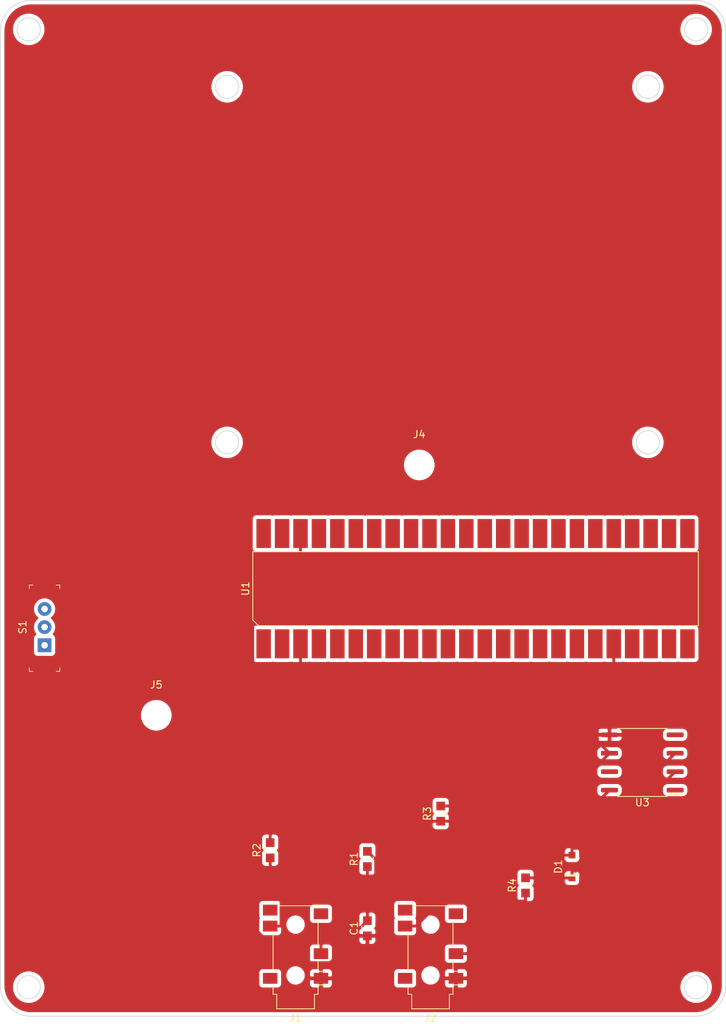
<source format=kicad_pcb>
(kicad_pcb (version 20171130) (host pcbnew "(5.1.9)-1")

  (general
    (thickness 1.6)
    (drawings 16)
    (tracks 50)
    (zones 0)
    (modules 13)
    (nets 61)
  )

  (page A4)
  (layers
    (0 F.Cu signal)
    (31 B.Cu signal)
    (32 B.Adhes user)
    (33 F.Adhes user)
    (34 B.Paste user)
    (35 F.Paste user)
    (36 B.SilkS user)
    (37 F.SilkS user)
    (38 B.Mask user)
    (39 F.Mask user)
    (40 Dwgs.User user)
    (41 Cmts.User user)
    (42 Eco1.User user)
    (43 Eco2.User user)
    (44 Edge.Cuts user)
    (45 Margin user)
    (46 B.CrtYd user)
    (47 F.CrtYd user)
    (48 B.Fab user)
    (49 F.Fab user)
  )

  (setup
    (last_trace_width 0.4)
    (trace_clearance 0.3)
    (zone_clearance 0.508)
    (zone_45_only no)
    (trace_min 0.2)
    (via_size 0.8)
    (via_drill 0.4)
    (via_min_size 0.4)
    (via_min_drill 0.3)
    (uvia_size 0.3)
    (uvia_drill 0.1)
    (uvias_allowed no)
    (uvia_min_size 0.2)
    (uvia_min_drill 0.1)
    (edge_width 0.05)
    (segment_width 0.2)
    (pcb_text_width 0.3)
    (pcb_text_size 1.5 1.5)
    (mod_edge_width 0.12)
    (mod_text_size 1 1)
    (mod_text_width 0.15)
    (pad_size 0.9 0.95)
    (pad_drill 0)
    (pad_to_mask_clearance 0)
    (aux_axis_origin 0 0)
    (visible_elements 7FFFFFFF)
    (pcbplotparams
      (layerselection 0x010fc_ffffffff)
      (usegerberextensions false)
      (usegerberattributes true)
      (usegerberadvancedattributes true)
      (creategerberjobfile true)
      (excludeedgelayer true)
      (linewidth 0.100000)
      (plotframeref false)
      (viasonmask false)
      (mode 1)
      (useauxorigin false)
      (hpglpennumber 1)
      (hpglpenspeed 20)
      (hpglpendiameter 15.000000)
      (psnegative false)
      (psa4output false)
      (plotreference true)
      (plotvalue true)
      (plotinvisibletext false)
      (padsonsilk false)
      (subtractmaskfromsilk false)
      (outputformat 1)
      (mirror false)
      (drillshape 1)
      (scaleselection 1)
      (outputdirectory ""))
  )

  (net 0 "")
  (net 1 GND)
  (net 2 +3V3)
  (net 3 "Net-(J4-Pad1)")
  (net 4 "Net-(J5-Pad1)")
  (net 5 "Net-(J1-PadR)")
  (net 6 "Net-(J1-PadT)")
  (net 7 TX1)
  (net 8 RX1)
  (net 9 "Net-(J2-PadR)")
  (net 10 "Net-(D1-Pad1)")
  (net 11 "Net-(S1-Pad3)")
  (net 12 "Net-(U1-Pad24)")
  (net 13 "Net-(U1-Pad25)")
  (net 14 "Net-(U1-Pad23)")
  (net 15 "Net-(U1-Pad26)")
  (net 16 "Net-(U1-Pad22)")
  (net 17 "Net-(U1-Pad27)")
  (net 18 "Net-(U1-Pad21)")
  (net 19 "Net-(U1-Pad28)")
  (net 20 "Net-(U1-Pad29)")
  (net 21 "Net-(U1-Pad19)")
  (net 22 "Net-(U1-Pad30)")
  (net 23 "Net-(U1-Pad18)")
  (net 24 "Net-(U1-Pad31)")
  (net 25 "Net-(U1-Pad17)")
  (net 26 "Net-(U1-Pad32)")
  (net 27 "Net-(U1-Pad16)")
  (net 28 "Net-(U1-Pad33)")
  (net 29 "Net-(U1-Pad15)")
  (net 30 "Net-(U1-Pad34)")
  (net 31 "Net-(U1-Pad14)")
  (net 32 "Net-(U1-Pad35)")
  (net 33 "Net-(U1-Pad13)")
  (net 34 "Net-(U1-Pad36)")
  (net 35 "Net-(U1-Pad12)")
  (net 36 "Net-(U1-Pad37)")
  (net 37 "Net-(U1-Pad11)")
  (net 38 "Net-(U1-Pad38)")
  (net 39 "Net-(U1-Pad10)")
  (net 40 "Net-(U1-Pad39)")
  (net 41 "Net-(U1-Pad9)")
  (net 42 "Net-(U1-Pad40)")
  (net 43 "Net-(U1-Pad8)")
  (net 44 "Net-(U1-Pad41)")
  (net 45 "Net-(U1-Pad7)")
  (net 46 "Net-(U1-Pad42)")
  (net 47 "Net-(U1-Pad6)")
  (net 48 "Net-(U1-Pad43)")
  (net 49 "Net-(U1-Pad5)")
  (net 50 "Net-(U1-Pad44)")
  (net 51 "Net-(U1-Pad4)")
  (net 52 "Net-(U1-Pad45)")
  (net 53 "Net-(U1-Pad2)")
  (net 54 "Net-(U1-Pad47)")
  (net 55 "Net-(U1-Pad1)")
  (net 56 "Net-(U1-Pad48)")
  (net 57 "Net-(U3-Pad7)")
  (net 58 "Net-(U3-Pad4)")
  (net 59 "Net-(D1-Pad2)")
  (net 60 "Net-(U3-Pad1)")

  (net_class Default "This is the default net class."
    (clearance 0.3)
    (trace_width 0.4)
    (via_dia 0.8)
    (via_drill 0.4)
    (uvia_dia 0.3)
    (uvia_drill 0.1)
    (add_net +3V3)
    (add_net GND)
    (add_net "Net-(D1-Pad1)")
    (add_net "Net-(D1-Pad2)")
    (add_net "Net-(J1-PadR)")
    (add_net "Net-(J1-PadT)")
    (add_net "Net-(J2-PadR)")
    (add_net "Net-(J4-Pad1)")
    (add_net "Net-(J5-Pad1)")
    (add_net "Net-(S1-Pad3)")
    (add_net "Net-(U1-Pad1)")
    (add_net "Net-(U1-Pad10)")
    (add_net "Net-(U1-Pad11)")
    (add_net "Net-(U1-Pad12)")
    (add_net "Net-(U1-Pad13)")
    (add_net "Net-(U1-Pad14)")
    (add_net "Net-(U1-Pad15)")
    (add_net "Net-(U1-Pad16)")
    (add_net "Net-(U1-Pad17)")
    (add_net "Net-(U1-Pad18)")
    (add_net "Net-(U1-Pad19)")
    (add_net "Net-(U1-Pad2)")
    (add_net "Net-(U1-Pad21)")
    (add_net "Net-(U1-Pad22)")
    (add_net "Net-(U1-Pad23)")
    (add_net "Net-(U1-Pad24)")
    (add_net "Net-(U1-Pad25)")
    (add_net "Net-(U1-Pad26)")
    (add_net "Net-(U1-Pad27)")
    (add_net "Net-(U1-Pad28)")
    (add_net "Net-(U1-Pad29)")
    (add_net "Net-(U1-Pad30)")
    (add_net "Net-(U1-Pad31)")
    (add_net "Net-(U1-Pad32)")
    (add_net "Net-(U1-Pad33)")
    (add_net "Net-(U1-Pad34)")
    (add_net "Net-(U1-Pad35)")
    (add_net "Net-(U1-Pad36)")
    (add_net "Net-(U1-Pad37)")
    (add_net "Net-(U1-Pad38)")
    (add_net "Net-(U1-Pad39)")
    (add_net "Net-(U1-Pad4)")
    (add_net "Net-(U1-Pad40)")
    (add_net "Net-(U1-Pad41)")
    (add_net "Net-(U1-Pad42)")
    (add_net "Net-(U1-Pad43)")
    (add_net "Net-(U1-Pad44)")
    (add_net "Net-(U1-Pad45)")
    (add_net "Net-(U1-Pad47)")
    (add_net "Net-(U1-Pad48)")
    (add_net "Net-(U1-Pad5)")
    (add_net "Net-(U1-Pad6)")
    (add_net "Net-(U1-Pad7)")
    (add_net "Net-(U1-Pad8)")
    (add_net "Net-(U1-Pad9)")
    (add_net "Net-(U3-Pad1)")
    (add_net "Net-(U3-Pad4)")
    (add_net "Net-(U3-Pad7)")
    (add_net RX1)
    (add_net TX1)
  )

  (module Package_SO:SOP-8_6.62x9.15mm_P2.54mm (layer F.Cu) (tedit 5D9F72B1) (tstamp 618EACE8)
    (at 136.5 132.25 180)
    (descr "SOP, 8 Pin (http://www.ti.com/lit/ds/symlink/iso1050.pdf), generated with kicad-footprint-generator ipc_gullwing_generator.py")
    (tags "SOP SO")
    (path /6184F018)
    (attr smd)
    (fp_text reference U3 (at 0 -5.52) (layer F.SilkS)
      (effects (font (size 1 1) (thickness 0.15)))
    )
    (fp_text value 6N138 (at 0 5.52) (layer F.Fab)
      (effects (font (size 1 1) (thickness 0.15)))
    )
    (fp_line (start 0 4.685) (end 3.42 4.685) (layer F.SilkS) (width 0.12))
    (fp_line (start 3.42 4.685) (end 3.42 4.395) (layer F.SilkS) (width 0.12))
    (fp_line (start 0 4.685) (end -3.42 4.685) (layer F.SilkS) (width 0.12))
    (fp_line (start -3.42 4.685) (end -3.42 4.395) (layer F.SilkS) (width 0.12))
    (fp_line (start 0 -4.685) (end 3.42 -4.685) (layer F.SilkS) (width 0.12))
    (fp_line (start 3.42 -4.685) (end 3.42 -4.395) (layer F.SilkS) (width 0.12))
    (fp_line (start 0 -4.685) (end -3.42 -4.685) (layer F.SilkS) (width 0.12))
    (fp_line (start -3.42 -4.685) (end -3.42 -4.395) (layer F.SilkS) (width 0.12))
    (fp_line (start -3.42 -4.395) (end -5.7 -4.395) (layer F.SilkS) (width 0.12))
    (fp_line (start -2.31 -4.575) (end 3.31 -4.575) (layer F.Fab) (width 0.1))
    (fp_line (start 3.31 -4.575) (end 3.31 4.575) (layer F.Fab) (width 0.1))
    (fp_line (start 3.31 4.575) (end -3.31 4.575) (layer F.Fab) (width 0.1))
    (fp_line (start -3.31 4.575) (end -3.31 -3.575) (layer F.Fab) (width 0.1))
    (fp_line (start -3.31 -3.575) (end -2.31 -4.575) (layer F.Fab) (width 0.1))
    (fp_line (start -5.95 -4.82) (end -5.95 4.82) (layer F.CrtYd) (width 0.05))
    (fp_line (start -5.95 4.82) (end 5.95 4.82) (layer F.CrtYd) (width 0.05))
    (fp_line (start 5.95 4.82) (end 5.95 -4.82) (layer F.CrtYd) (width 0.05))
    (fp_line (start 5.95 -4.82) (end -5.95 -4.82) (layer F.CrtYd) (width 0.05))
    (fp_text user %R (at 0 0) (layer F.Fab)
      (effects (font (size 1 1) (thickness 0.15)))
    )
    (pad 8 smd roundrect (at 4.525 -3.81 180) (size 2.35 0.65) (layers F.Cu F.Paste F.Mask) (roundrect_rratio 0.25)
      (net 2 +3V3))
    (pad 7 smd roundrect (at 4.525 -1.27 180) (size 2.35 0.65) (layers F.Cu F.Paste F.Mask) (roundrect_rratio 0.25)
      (net 57 "Net-(U3-Pad7)"))
    (pad 6 smd roundrect (at 4.525 1.27 180) (size 2.35 0.65) (layers F.Cu F.Paste F.Mask) (roundrect_rratio 0.25)
      (net 8 RX1))
    (pad 5 smd roundrect (at 4.525 3.81 180) (size 2.35 0.65) (layers F.Cu F.Paste F.Mask) (roundrect_rratio 0.25)
      (net 1 GND))
    (pad 4 smd roundrect (at -4.525 3.81 180) (size 2.35 0.65) (layers F.Cu F.Paste F.Mask) (roundrect_rratio 0.25)
      (net 58 "Net-(U3-Pad4)"))
    (pad 3 smd roundrect (at -4.525 1.27 180) (size 2.35 0.65) (layers F.Cu F.Paste F.Mask) (roundrect_rratio 0.25)
      (net 59 "Net-(D1-Pad2)"))
    (pad 2 smd roundrect (at -4.525 -1.27 180) (size 2.35 0.65) (layers F.Cu F.Paste F.Mask) (roundrect_rratio 0.25)
      (net 10 "Net-(D1-Pad1)"))
    (pad 1 smd roundrect (at -4.525 -3.81 180) (size 2.35 0.65) (layers F.Cu F.Paste F.Mask) (roundrect_rratio 0.25)
      (net 60 "Net-(U3-Pad1)"))
    (model ${KISYS3DMOD}/Package_SO.3dshapes/SOP-8_6.62x9.15mm_P2.54mm.wrl
      (at (xyz 0 0 0))
      (scale (xyz 1 1 1))
      (rotate (xyz 0 0 0))
    )
  )

  (module digikey-footprints:TEENSY4.1 (layer F.Cu) (tedit 0) (tstamp 618EACC9)
    (at 113.51 108.3)
    (path /6183E84F)
    (attr smd)
    (fp_text reference U1 (at -31.71 0 90) (layer F.SilkS)
      (effects (font (size 1 1) (thickness 0.15)))
    )
    (fp_text value Teensy4.1 (at 0 0) (layer F.Fab)
      (effects (font (size 1 1) (thickness 0.15)))
    )
    (fp_line (start -30.46 9.85) (end -30.46 -9.85) (layer F.CrtYd) (width 0.05))
    (fp_line (start 30.46 9.85) (end -30.46 9.85) (layer F.CrtYd) (width 0.05))
    (fp_line (start 30.46 -9.85) (end 30.46 9.85) (layer F.CrtYd) (width 0.05))
    (fp_line (start -30.46 -9.85) (end 30.46 -9.85) (layer F.CrtYd) (width 0.05))
    (fp_line (start 30.71 5.1) (end -29.91 5.1) (layer F.SilkS) (width 0.12))
    (fp_line (start 30.71 -5.1) (end 30.71 5.1) (layer F.SilkS) (width 0.12))
    (fp_line (start -30.71 -5.1) (end 30.71 -5.1) (layer F.SilkS) (width 0.12))
    (fp_line (start -30.71 4.3) (end -30.71 -5.1) (layer F.SilkS) (width 0.12))
    (fp_line (start -29.91 5.1) (end -30.71 4.3) (layer F.SilkS) (width 0.12))
    (pad 24 smd rect (at 29.21 7.6) (size 2 4) (layers F.Cu F.Paste F.Mask)
      (net 12 "Net-(U1-Pad24)"))
    (pad 25 smd rect (at 29.21 -7.6) (size 2 4) (layers F.Cu F.Paste F.Mask)
      (net 13 "Net-(U1-Pad25)"))
    (pad 23 smd rect (at 26.67 7.6) (size 2 4) (layers F.Cu F.Paste F.Mask)
      (net 14 "Net-(U1-Pad23)"))
    (pad 26 smd rect (at 26.67 -7.6) (size 2 4) (layers F.Cu F.Paste F.Mask)
      (net 15 "Net-(U1-Pad26)"))
    (pad 22 smd rect (at 24.13 7.6) (size 2 4) (layers F.Cu F.Paste F.Mask)
      (net 16 "Net-(U1-Pad22)"))
    (pad 27 smd rect (at 24.13 -7.6) (size 2 4) (layers F.Cu F.Paste F.Mask)
      (net 17 "Net-(U1-Pad27)"))
    (pad 21 smd rect (at 21.59 7.6) (size 2 4) (layers F.Cu F.Paste F.Mask)
      (net 18 "Net-(U1-Pad21)"))
    (pad 28 smd rect (at 21.59 -7.6) (size 2 4) (layers F.Cu F.Paste F.Mask)
      (net 19 "Net-(U1-Pad28)"))
    (pad 20 smd rect (at 19.05 7.6) (size 2 4) (layers F.Cu F.Paste F.Mask)
      (net 8 RX1))
    (pad 29 smd rect (at 19.05 -7.6) (size 2 4) (layers F.Cu F.Paste F.Mask)
      (net 20 "Net-(U1-Pad29)"))
    (pad 19 smd rect (at 16.51 7.6) (size 2 4) (layers F.Cu F.Paste F.Mask)
      (net 21 "Net-(U1-Pad19)"))
    (pad 30 smd rect (at 16.51 -7.6) (size 2 4) (layers F.Cu F.Paste F.Mask)
      (net 22 "Net-(U1-Pad30)"))
    (pad 18 smd rect (at 13.97 7.6) (size 2 4) (layers F.Cu F.Paste F.Mask)
      (net 23 "Net-(U1-Pad18)"))
    (pad 31 smd rect (at 13.97 -7.6) (size 2 4) (layers F.Cu F.Paste F.Mask)
      (net 24 "Net-(U1-Pad31)"))
    (pad 17 smd rect (at 11.43 7.6) (size 2 4) (layers F.Cu F.Paste F.Mask)
      (net 25 "Net-(U1-Pad17)"))
    (pad 32 smd rect (at 11.43 -7.6) (size 2 4) (layers F.Cu F.Paste F.Mask)
      (net 26 "Net-(U1-Pad32)"))
    (pad 16 smd rect (at 8.89 7.6) (size 2 4) (layers F.Cu F.Paste F.Mask)
      (net 27 "Net-(U1-Pad16)"))
    (pad 33 smd rect (at 8.89 -7.6) (size 2 4) (layers F.Cu F.Paste F.Mask)
      (net 28 "Net-(U1-Pad33)"))
    (pad 15 smd rect (at 6.35 7.6) (size 2 4) (layers F.Cu F.Paste F.Mask)
      (net 29 "Net-(U1-Pad15)"))
    (pad 34 smd rect (at 6.35 -7.6) (size 2 4) (layers F.Cu F.Paste F.Mask)
      (net 30 "Net-(U1-Pad34)"))
    (pad 14 smd rect (at 3.81 7.6) (size 2 4) (layers F.Cu F.Paste F.Mask)
      (net 31 "Net-(U1-Pad14)"))
    (pad 35 smd rect (at 3.81 -7.6) (size 2 4) (layers F.Cu F.Paste F.Mask)
      (net 32 "Net-(U1-Pad35)"))
    (pad 13 smd rect (at 1.27 7.6) (size 2 4) (layers F.Cu F.Paste F.Mask)
      (net 33 "Net-(U1-Pad13)"))
    (pad 36 smd rect (at 1.27 -7.6) (size 2 4) (layers F.Cu F.Paste F.Mask)
      (net 34 "Net-(U1-Pad36)"))
    (pad 12 smd rect (at -1.27 7.6) (size 2 4) (layers F.Cu F.Paste F.Mask)
      (net 35 "Net-(U1-Pad12)"))
    (pad 37 smd rect (at -1.27 -7.6) (size 2 4) (layers F.Cu F.Paste F.Mask)
      (net 36 "Net-(U1-Pad37)"))
    (pad 11 smd rect (at -3.81 7.6) (size 2 4) (layers F.Cu F.Paste F.Mask)
      (net 37 "Net-(U1-Pad11)"))
    (pad 38 smd rect (at -3.81 -7.6) (size 2 4) (layers F.Cu F.Paste F.Mask)
      (net 38 "Net-(U1-Pad38)"))
    (pad 10 smd rect (at -6.35 7.6) (size 2 4) (layers F.Cu F.Paste F.Mask)
      (net 39 "Net-(U1-Pad10)"))
    (pad 39 smd rect (at -6.35 -7.6) (size 2 4) (layers F.Cu F.Paste F.Mask)
      (net 40 "Net-(U1-Pad39)"))
    (pad 9 smd rect (at -8.89 7.6) (size 2 4) (layers F.Cu F.Paste F.Mask)
      (net 41 "Net-(U1-Pad9)"))
    (pad 40 smd rect (at -8.89 -7.6) (size 2 4) (layers F.Cu F.Paste F.Mask)
      (net 42 "Net-(U1-Pad40)"))
    (pad 8 smd rect (at -11.43 7.6) (size 2 4) (layers F.Cu F.Paste F.Mask)
      (net 43 "Net-(U1-Pad8)"))
    (pad 41 smd rect (at -11.43 -7.6) (size 2 4) (layers F.Cu F.Paste F.Mask)
      (net 44 "Net-(U1-Pad41)"))
    (pad 7 smd rect (at -13.97 7.6) (size 2 4) (layers F.Cu F.Paste F.Mask)
      (net 45 "Net-(U1-Pad7)"))
    (pad 42 smd rect (at -13.97 -7.6) (size 2 4) (layers F.Cu F.Paste F.Mask)
      (net 46 "Net-(U1-Pad42)"))
    (pad 6 smd rect (at -16.51 7.6) (size 2 4) (layers F.Cu F.Paste F.Mask)
      (net 47 "Net-(U1-Pad6)"))
    (pad 43 smd rect (at -16.51 -7.6) (size 2 4) (layers F.Cu F.Paste F.Mask)
      (net 48 "Net-(U1-Pad43)"))
    (pad 5 smd rect (at -19.05 7.6) (size 2 4) (layers F.Cu F.Paste F.Mask)
      (net 49 "Net-(U1-Pad5)"))
    (pad 44 smd rect (at -19.05 -7.6) (size 2 4) (layers F.Cu F.Paste F.Mask)
      (net 50 "Net-(U1-Pad44)"))
    (pad 4 smd rect (at -21.59 7.6) (size 2 4) (layers F.Cu F.Paste F.Mask)
      (net 51 "Net-(U1-Pad4)"))
    (pad 45 smd rect (at -21.59 -7.6) (size 2 4) (layers F.Cu F.Paste F.Mask)
      (net 52 "Net-(U1-Pad45)"))
    (pad 3 smd rect (at -24.13 7.6) (size 2 4) (layers F.Cu F.Paste F.Mask)
      (net 7 TX1))
    (pad 46 smd rect (at -24.13 -7.6) (size 2 4) (layers F.Cu F.Paste F.Mask)
      (net 2 +3V3))
    (pad 2 smd rect (at -26.67 7.6) (size 2 4) (layers F.Cu F.Paste F.Mask)
      (net 53 "Net-(U1-Pad2)"))
    (pad 47 smd rect (at -26.67 -7.6) (size 2 4) (layers F.Cu F.Paste F.Mask)
      (net 54 "Net-(U1-Pad47)"))
    (pad 1 smd rect (at -29.21 7.6) (size 2 4) (layers F.Cu F.Paste F.Mask)
      (net 55 "Net-(U1-Pad1)"))
    (pad 48 smd rect (at -29.21 -7.6) (size 2 4) (layers F.Cu F.Paste F.Mask)
      (net 56 "Net-(U1-Pad48)"))
  )

  (module digikey-footprints:Switch_Slide_11.6x4mm_EG1218 (layer F.Cu) (tedit 5A1EC915) (tstamp 618EAAAC)
    (at 54.1 116.1 90)
    (descr http://spec_sheets.e-switch.com/specs/P040040.pdf)
    (path /618EDC10)
    (fp_text reference S1 (at 2.49 -3.02 90) (layer F.SilkS)
      (effects (font (size 1 1) (thickness 0.15)))
    )
    (fp_text value SLIDE_SWITCH (at 2.11 3.14 90) (layer F.Fab)
      (effects (font (size 1 1) (thickness 0.15)))
    )
    (fp_line (start -3.67 2.25) (end -3.67 -2.25) (layer F.CrtYd) (width 0.05))
    (fp_line (start -3.67 2.25) (end 8.43 2.25) (layer F.CrtYd) (width 0.05))
    (fp_line (start 8.43 2.25) (end 8.43 -2.25) (layer F.CrtYd) (width 0.05))
    (fp_line (start -3.67 -2.25) (end 8.43 -2.25) (layer F.CrtYd) (width 0.05))
    (fp_line (start 8.3 2.1) (end 7.8 2.1) (layer F.SilkS) (width 0.1))
    (fp_line (start 8.3 2.1) (end 8.3 1.6) (layer F.SilkS) (width 0.1))
    (fp_line (start -3.6 2.1) (end -3.1 2.1) (layer F.SilkS) (width 0.1))
    (fp_line (start -3.6 2.1) (end -3.6 1.6) (layer F.SilkS) (width 0.1))
    (fp_line (start -3.6 -2.1) (end -3.1 -2.1) (layer F.SilkS) (width 0.1))
    (fp_line (start -3.6 -2.1) (end -3.6 -1.6) (layer F.SilkS) (width 0.1))
    (fp_line (start 8.3 -2.1) (end 8.3 -1.6) (layer F.SilkS) (width 0.1))
    (fp_line (start 8.3 -2.1) (end 7.8 -2.1) (layer F.SilkS) (width 0.1))
    (fp_line (start -3.42 2) (end 8.18 2) (layer F.Fab) (width 0.1))
    (fp_line (start 8.18 2) (end 8.18 -2) (layer F.Fab) (width 0.1))
    (fp_line (start -3.42 2) (end -3.42 -2) (layer F.Fab) (width 0.1))
    (fp_line (start -3.42 -2) (end 8.18 -2) (layer F.Fab) (width 0.1))
    (fp_text user %R (at 2.5 0 90) (layer F.Fab)
      (effects (font (size 1 1) (thickness 0.15)))
    )
    (pad 3 thru_hole circle (at 5 0 90) (size 1.9 1.9) (drill 0.9) (layers *.Cu *.Mask)
      (net 11 "Net-(S1-Pad3)"))
    (pad 2 thru_hole circle (at 2.5 0 90) (size 1.9 1.9) (drill 0.9) (layers *.Cu *.Mask)
      (net 3 "Net-(J4-Pad1)"))
    (pad 1 thru_hole rect (at 0 0 90) (size 1.9 1.9) (drill 0.9) (layers *.Cu *.Mask)
      (net 4 "Net-(J5-Pad1)"))
  )

  (module digikey-footprints:0805 (layer F.Cu) (tedit 5D288D36) (tstamp 618EAA94)
    (at 120.4 149.2 90)
    (path /6185A07D)
    (attr smd)
    (fp_text reference R4 (at 0 -1.84 90) (layer F.SilkS)
      (effects (font (size 1 1) (thickness 0.15)))
    )
    (fp_text value 220R (at 0 1.95 90) (layer F.Fab)
      (effects (font (size 1 1) (thickness 0.15)))
    )
    (fp_line (start -1.9 0.93) (end 1.9 0.93) (layer F.CrtYd) (width 0.05))
    (fp_line (start -1.9 -0.93) (end 1.9 -0.93) (layer F.CrtYd) (width 0.05))
    (fp_line (start 1.9 0.93) (end 1.9 -0.93) (layer F.CrtYd) (width 0.05))
    (fp_line (start -1.9 0.93) (end -1.9 -0.93) (layer F.CrtYd) (width 0.05))
    (fp_line (start -0.32 0.8) (end 0.28 0.8) (layer F.SilkS) (width 0.12))
    (fp_line (start -0.3 -0.8) (end 0.3 -0.8) (layer F.SilkS) (width 0.12))
    (fp_line (start -0.95 0.68) (end 0.95 0.68) (layer F.Fab) (width 0.12))
    (fp_line (start -0.95 -0.68) (end 0.95 -0.68) (layer F.Fab) (width 0.12))
    (fp_line (start 0.95 -0.675) (end 0.95 0.675) (layer F.Fab) (width 0.12))
    (fp_line (start -0.95 -0.675) (end -0.95 0.675) (layer F.Fab) (width 0.12))
    (pad 1 smd rect (at -1.05 0 90) (size 1.2 1.2) (layers F.Cu F.Paste F.Mask)
      (net 9 "Net-(J2-PadR)"))
    (pad 2 smd rect (at 1.05 0 90) (size 1.2 1.2) (layers F.Cu F.Paste F.Mask)
      (net 10 "Net-(D1-Pad1)"))
  )

  (module digikey-footprints:0805 (layer F.Cu) (tedit 5D288D36) (tstamp 618EAA84)
    (at 108.7 139.3 90)
    (path /61853BB2)
    (attr smd)
    (fp_text reference R3 (at 0 -1.84 90) (layer F.SilkS)
      (effects (font (size 1 1) (thickness 0.15)))
    )
    (fp_text value 470R (at 0 1.95 90) (layer F.Fab)
      (effects (font (size 1 1) (thickness 0.15)))
    )
    (fp_line (start -1.9 0.93) (end 1.9 0.93) (layer F.CrtYd) (width 0.05))
    (fp_line (start -1.9 -0.93) (end 1.9 -0.93) (layer F.CrtYd) (width 0.05))
    (fp_line (start 1.9 0.93) (end 1.9 -0.93) (layer F.CrtYd) (width 0.05))
    (fp_line (start -1.9 0.93) (end -1.9 -0.93) (layer F.CrtYd) (width 0.05))
    (fp_line (start -0.32 0.8) (end 0.28 0.8) (layer F.SilkS) (width 0.12))
    (fp_line (start -0.3 -0.8) (end 0.3 -0.8) (layer F.SilkS) (width 0.12))
    (fp_line (start -0.95 0.68) (end 0.95 0.68) (layer F.Fab) (width 0.12))
    (fp_line (start -0.95 -0.68) (end 0.95 -0.68) (layer F.Fab) (width 0.12))
    (fp_line (start 0.95 -0.675) (end 0.95 0.675) (layer F.Fab) (width 0.12))
    (fp_line (start -0.95 -0.675) (end -0.95 0.675) (layer F.Fab) (width 0.12))
    (pad 1 smd rect (at -1.05 0 90) (size 1.2 1.2) (layers F.Cu F.Paste F.Mask)
      (net 2 +3V3))
    (pad 2 smd rect (at 1.05 0 90) (size 1.2 1.2) (layers F.Cu F.Paste F.Mask)
      (net 8 RX1))
  )

  (module digikey-footprints:0805 (layer F.Cu) (tedit 5D288D36) (tstamp 618EAA74)
    (at 85.2 144.35 90)
    (path /61849BE4)
    (attr smd)
    (fp_text reference R2 (at 0 -1.84 90) (layer F.SilkS)
      (effects (font (size 1 1) (thickness 0.15)))
    )
    (fp_text value 47R (at 0 1.95 90) (layer F.Fab)
      (effects (font (size 1 1) (thickness 0.15)))
    )
    (fp_line (start -1.9 0.93) (end 1.9 0.93) (layer F.CrtYd) (width 0.05))
    (fp_line (start -1.9 -0.93) (end 1.9 -0.93) (layer F.CrtYd) (width 0.05))
    (fp_line (start 1.9 0.93) (end 1.9 -0.93) (layer F.CrtYd) (width 0.05))
    (fp_line (start -1.9 0.93) (end -1.9 -0.93) (layer F.CrtYd) (width 0.05))
    (fp_line (start -0.32 0.8) (end 0.28 0.8) (layer F.SilkS) (width 0.12))
    (fp_line (start -0.3 -0.8) (end 0.3 -0.8) (layer F.SilkS) (width 0.12))
    (fp_line (start -0.95 0.68) (end 0.95 0.68) (layer F.Fab) (width 0.12))
    (fp_line (start -0.95 -0.68) (end 0.95 -0.68) (layer F.Fab) (width 0.12))
    (fp_line (start 0.95 -0.675) (end 0.95 0.675) (layer F.Fab) (width 0.12))
    (fp_line (start -0.95 -0.675) (end -0.95 0.675) (layer F.Fab) (width 0.12))
    (pad 1 smd rect (at -1.05 0 90) (size 1.2 1.2) (layers F.Cu F.Paste F.Mask)
      (net 6 "Net-(J1-PadT)"))
    (pad 2 smd rect (at 1.05 0 90) (size 1.2 1.2) (layers F.Cu F.Paste F.Mask)
      (net 7 TX1))
  )

  (module digikey-footprints:0805 (layer F.Cu) (tedit 5D288D36) (tstamp 618EAA64)
    (at 98.6 145.55 90)
    (path /61847A37)
    (attr smd)
    (fp_text reference R1 (at 0 -1.84 90) (layer F.SilkS)
      (effects (font (size 1 1) (thickness 0.15)))
    )
    (fp_text value 47R (at 0 1.95 90) (layer F.Fab)
      (effects (font (size 1 1) (thickness 0.15)))
    )
    (fp_line (start -1.9 0.93) (end 1.9 0.93) (layer F.CrtYd) (width 0.05))
    (fp_line (start -1.9 -0.93) (end 1.9 -0.93) (layer F.CrtYd) (width 0.05))
    (fp_line (start 1.9 0.93) (end 1.9 -0.93) (layer F.CrtYd) (width 0.05))
    (fp_line (start -1.9 0.93) (end -1.9 -0.93) (layer F.CrtYd) (width 0.05))
    (fp_line (start -0.32 0.8) (end 0.28 0.8) (layer F.SilkS) (width 0.12))
    (fp_line (start -0.3 -0.8) (end 0.3 -0.8) (layer F.SilkS) (width 0.12))
    (fp_line (start -0.95 0.68) (end 0.95 0.68) (layer F.Fab) (width 0.12))
    (fp_line (start -0.95 -0.68) (end 0.95 -0.68) (layer F.Fab) (width 0.12))
    (fp_line (start 0.95 -0.675) (end 0.95 0.675) (layer F.Fab) (width 0.12))
    (fp_line (start -0.95 -0.675) (end -0.95 0.675) (layer F.Fab) (width 0.12))
    (pad 1 smd rect (at -1.05 0 90) (size 1.2 1.2) (layers F.Cu F.Paste F.Mask)
      (net 5 "Net-(J1-PadR)"))
    (pad 2 smd rect (at 1.05 0 90) (size 1.2 1.2) (layers F.Cu F.Paste F.Mask)
      (net 2 +3V3))
  )

  (module MountingHole:MountingHole_3.2mm_M3 (layer F.Cu) (tedit 56D1B4CB) (tstamp 618EAA54)
    (at 69.5 125.75)
    (descr "Mounting Hole 3.2mm, no annular, M3")
    (tags "mounting hole 3.2mm no annular m3")
    (path /618F7C2D)
    (attr virtual)
    (fp_text reference J5 (at 0 -4.2) (layer F.SilkS)
      (effects (font (size 1 1) (thickness 0.15)))
    )
    (fp_text value TO_BAT_MODULE (at 0 4.2) (layer F.Fab)
      (effects (font (size 1 1) (thickness 0.15)))
    )
    (fp_circle (center 0 0) (end 3.2 0) (layer Cmts.User) (width 0.15))
    (fp_circle (center 0 0) (end 3.45 0) (layer F.CrtYd) (width 0.05))
    (fp_text user %R (at 0.3 0) (layer F.Fab)
      (effects (font (size 1 1) (thickness 0.15)))
    )
    (pad 1 np_thru_hole circle (at 0 0) (size 3.2 3.2) (drill 3.2) (layers *.Cu *.Mask)
      (net 4 "Net-(J5-Pad1)"))
  )

  (module MountingHole:MountingHole_3.2mm_M3 (layer F.Cu) (tedit 56D1B4CB) (tstamp 618EAA4C)
    (at 105.75 91.25)
    (descr "Mounting Hole 3.2mm, no annular, M3")
    (tags "mounting hole 3.2mm no annular m3")
    (path /618F504C)
    (attr virtual)
    (fp_text reference J4 (at 0 -4.2) (layer F.SilkS)
      (effects (font (size 1 1) (thickness 0.15)))
    )
    (fp_text value TO_RASP_VIN (at 0 4.2) (layer F.Fab)
      (effects (font (size 1 1) (thickness 0.15)))
    )
    (fp_circle (center 0 0) (end 3.2 0) (layer Cmts.User) (width 0.15))
    (fp_circle (center 0 0) (end 3.45 0) (layer F.CrtYd) (width 0.05))
    (fp_text user %R (at 0.3 0) (layer F.Fab)
      (effects (font (size 1 1) (thickness 0.15)))
    )
    (pad 1 np_thru_hole circle (at 0 0) (size 3.2 3.2) (drill 3.2) (layers *.Cu *.Mask)
      (net 3 "Net-(J4-Pad1)"))
  )

  (module Connector_Audio:Jack_3.5mm_PJ311_Horizontal (layer F.Cu) (tedit 618E8C7F) (tstamp 618EAA00)
    (at 107.3 157.3 180)
    (descr "PJ311 6pin SMD 3.5mm stereo headphones jack.")
    (tags "headphones jack plug stereo 3.5mm PJ311")
    (path /6184AB99)
    (attr smd)
    (fp_text reference J2 (at 0 -10.16) (layer F.SilkS)
      (effects (font (size 1 1) (thickness 0.15)))
    )
    (fp_text value "MIDI IN" (at 0 7.17) (layer F.Fab)
      (effects (font (size 1 1) (thickness 0.15)))
    )
    (fp_line (start -3.1 -3.75) (end -4.45 -3.75) (layer F.SilkS) (width 0.12))
    (fp_line (start -3.1 -5.6) (end -4.45 -5.6) (layer F.SilkS) (width 0.12))
    (fp_line (start -3.1 -5.6) (end -3.1 -6.9) (layer F.SilkS) (width 0.12))
    (fp_line (start -3.1 -2.25) (end -3.1 -3.75) (layer F.SilkS) (width 0.12))
    (fp_line (start -3.1 3.25) (end -3.1 -0.35) (layer F.SilkS) (width 0.12))
    (fp_line (start 2.35 5.3) (end -3.1 5.3) (layer F.SilkS) (width 0.12))
    (fp_line (start 3.1 3.45) (end 3.1 3.75) (layer F.SilkS) (width 0.12))
    (fp_line (start 3.1 -3.75) (end 3.1 1.5) (layer F.SilkS) (width 0.12))
    (fp_line (start 3.1 -6.9) (end 3.1 -5.7) (layer F.SilkS) (width 0.12))
    (fp_line (start -2.6 -6.9) (end -2.6 -8.9) (layer F.SilkS) (width 0.12))
    (fp_line (start -2.6 -8.9) (end 2.6 -8.9) (layer F.SilkS) (width 0.12))
    (fp_line (start 2.6 -8.9) (end 2.6 -6.9) (layer F.SilkS) (width 0.12))
    (fp_line (start 2.6 -6.9) (end 3.1 -6.9) (layer F.SilkS) (width 0.12))
    (fp_line (start -3.1 -6.9) (end -2.6 -6.9) (layer F.SilkS) (width 0.12))
    (fp_line (start -3 5.2) (end 3 5.2) (layer F.Fab) (width 0.1))
    (fp_line (start 3 5.2) (end 3 -6.8) (layer F.Fab) (width 0.1))
    (fp_line (start 3 -6.8) (end 2.5 -6.8) (layer F.Fab) (width 0.1))
    (fp_line (start 2.5 -6.8) (end 2.5 -8.8) (layer F.Fab) (width 0.1))
    (fp_line (start 2.5 -8.8) (end -2.5 -8.8) (layer F.Fab) (width 0.1))
    (fp_line (start -2.5 -8.8) (end -2.5 -6.8) (layer F.Fab) (width 0.1))
    (fp_line (start -2.5 -6.8) (end -3 -6.8) (layer F.Fab) (width 0.1))
    (fp_line (start -3 -6.8) (end -3 5.2) (layer F.Fab) (width 0.1))
    (fp_line (start -5 -9.31) (end 5 -9.31) (layer F.CrtYd) (width 0.05))
    (fp_line (start -5 -9.31) (end -5 5.94) (layer F.CrtYd) (width 0.05))
    (fp_line (start 5 5.94) (end 5 -9.31) (layer F.CrtYd) (width 0.05))
    (fp_line (start -5 5.94) (end 5 5.94) (layer F.CrtYd) (width 0.05))
    (fp_circle (center -2.35 -4.65) (end -2.1 -4.65) (layer F.Fab) (width 0.12))
    (fp_text user %R (at 0 0) (layer F.Fab)
      (effects (font (size 1 1) (thickness 0.15)))
    )
    (pad 2 smd rect (at 3.5 -4.7 180) (size 2 1.5) (layers F.Cu F.Paste F.Mask))
    (pad "" np_thru_hole circle (at 0 2.7 180) (size 1.5 1.5) (drill 1.5) (layers *.Cu *.Mask))
    (pad "" np_thru_hole circle (at 0 -4.3 180) (size 1.5 1.5) (drill 1.5) (layers *.Cu *.Mask))
    (pad 4 smd rect (at 3.5 2.5 180) (size 2 1.5) (layers F.Cu F.Paste F.Mask)
      (net 59 "Net-(D1-Pad2)"))
    (pad 5 smd rect (at 3.5 4.7 180) (size 2 1.5) (layers F.Cu F.Paste F.Mask))
    (pad 1 smd rect (at -3.5 -4.7 180) (size 2 1.5) (layers F.Cu F.Paste F.Mask)
      (net 1 GND))
    (pad 3 smd rect (at -3.5 -1.3 180) (size 2 1.5) (layers F.Cu F.Paste F.Mask)
      (net 9 "Net-(J2-PadR)"))
    (pad 6 smd rect (at -3.5 4.2 180) (size 2 1.5) (layers F.Cu F.Paste F.Mask))
    (model ${KISYS3DMOD}/Connector_Audio.3dshapes/Jack_3.5mm_PJ311_Horizontal.wrl
      (at (xyz 0 0 0))
      (scale (xyz 1 1 1))
      (rotate (xyz 0 0 0))
    )
  )

  (module Connector_Audio:Jack_3.5mm_PJ311_Horizontal (layer F.Cu) (tedit 618E8B98) (tstamp 618EA9D8)
    (at 88.7 157.3 180)
    (descr "PJ311 6pin SMD 3.5mm stereo headphones jack.")
    (tags "headphones jack plug stereo 3.5mm PJ311")
    (path /618469B5)
    (attr smd)
    (fp_text reference J1 (at 0 -10.16) (layer F.SilkS)
      (effects (font (size 1 1) (thickness 0.15)))
    )
    (fp_text value "MIDI OUT" (at 0 7.17) (layer F.Fab)
      (effects (font (size 1 1) (thickness 0.15)))
    )
    (fp_line (start -3.1 -3.75) (end -4.45 -3.75) (layer F.SilkS) (width 0.12))
    (fp_line (start -3.1 -5.6) (end -4.45 -5.6) (layer F.SilkS) (width 0.12))
    (fp_line (start -3.1 -5.6) (end -3.1 -6.9) (layer F.SilkS) (width 0.12))
    (fp_line (start -3.1 -2.25) (end -3.1 -3.75) (layer F.SilkS) (width 0.12))
    (fp_line (start -3.1 3.25) (end -3.1 -0.35) (layer F.SilkS) (width 0.12))
    (fp_line (start 2.35 5.3) (end -3.1 5.3) (layer F.SilkS) (width 0.12))
    (fp_line (start 3.1 3.45) (end 3.1 3.75) (layer F.SilkS) (width 0.12))
    (fp_line (start 3.1 -3.75) (end 3.1 1.5) (layer F.SilkS) (width 0.12))
    (fp_line (start 3.1 -6.9) (end 3.1 -5.7) (layer F.SilkS) (width 0.12))
    (fp_line (start -2.6 -6.9) (end -2.6 -8.9) (layer F.SilkS) (width 0.12))
    (fp_line (start -2.6 -8.9) (end 2.6 -8.9) (layer F.SilkS) (width 0.12))
    (fp_line (start 2.6 -8.9) (end 2.6 -6.9) (layer F.SilkS) (width 0.12))
    (fp_line (start 2.6 -6.9) (end 3.1 -6.9) (layer F.SilkS) (width 0.12))
    (fp_line (start -3.1 -6.9) (end -2.6 -6.9) (layer F.SilkS) (width 0.12))
    (fp_line (start -3 5.2) (end 3 5.2) (layer F.Fab) (width 0.1))
    (fp_line (start 3 5.2) (end 3 -6.8) (layer F.Fab) (width 0.1))
    (fp_line (start 3 -6.8) (end 2.5 -6.8) (layer F.Fab) (width 0.1))
    (fp_line (start 2.5 -6.8) (end 2.5 -8.8) (layer F.Fab) (width 0.1))
    (fp_line (start 2.5 -8.8) (end -2.5 -8.8) (layer F.Fab) (width 0.1))
    (fp_line (start -2.5 -8.8) (end -2.5 -6.8) (layer F.Fab) (width 0.1))
    (fp_line (start -2.5 -6.8) (end -3 -6.8) (layer F.Fab) (width 0.1))
    (fp_line (start -3 -6.8) (end -3 5.2) (layer F.Fab) (width 0.1))
    (fp_line (start -5 -9.31) (end 5 -9.31) (layer F.CrtYd) (width 0.05))
    (fp_line (start -5 -9.31) (end -5 5.94) (layer F.CrtYd) (width 0.05))
    (fp_line (start 5 5.94) (end 5 -9.31) (layer F.CrtYd) (width 0.05))
    (fp_line (start -5 5.94) (end 5 5.94) (layer F.CrtYd) (width 0.05))
    (fp_circle (center -2.35 -4.65) (end -2.1 -4.65) (layer F.Fab) (width 0.12))
    (fp_text user %R (at 0 0) (layer F.Fab)
      (effects (font (size 1 1) (thickness 0.15)))
    )
    (pad 2 smd rect (at 3.5 -4.7 180) (size 2 1.5) (layers F.Cu F.Paste F.Mask))
    (pad "" np_thru_hole circle (at 0 2.7 180) (size 1.5 1.5) (drill 1.5) (layers *.Cu *.Mask))
    (pad "" np_thru_hole circle (at 0 -4.3 180) (size 1.5 1.5) (drill 1.5) (layers *.Cu *.Mask))
    (pad 4 smd rect (at 3.5 2.5 180) (size 2 1.5) (layers F.Cu F.Paste F.Mask)
      (net 6 "Net-(J1-PadT)"))
    (pad 5 smd rect (at 3.5 4.7 180) (size 2 1.5) (layers F.Cu F.Paste F.Mask))
    (pad 1 smd rect (at -3.5 -4.7 180) (size 2 1.5) (layers F.Cu F.Paste F.Mask)
      (net 1 GND))
    (pad 3 smd rect (at -3.5 -1.3 180) (size 2 1.5) (layers F.Cu F.Paste F.Mask)
      (net 5 "Net-(J1-PadR)"))
    (pad 6 smd rect (at -3.5 4.2 180) (size 2 1.5) (layers F.Cu F.Paste F.Mask))
    (model ${KISYS3DMOD}/Connector_Audio.3dshapes/Jack_3.5mm_PJ311_Horizontal.wrl
      (at (xyz 0 0 0))
      (scale (xyz 1 1 1))
      (rotate (xyz 0 0 0))
    )
  )

  (module digikey-footprints:SOD-123 (layer F.Cu) (tedit 618E8CE2) (tstamp 618EA9B0)
    (at 126.8 146.6 90)
    (path /61857F77)
    (attr smd)
    (fp_text reference D1 (at -0.01 -1.89 90) (layer F.SilkS)
      (effects (font (size 1 1) (thickness 0.15)))
    )
    (fp_text value 1n4148 (at 0.07 2.05 90) (layer F.Fab)
      (effects (font (size 1 1) (thickness 0.15)))
    )
    (fp_line (start -0.975 0.975) (end -1.325 0.975) (layer F.SilkS) (width 0.1))
    (fp_line (start 3.175 -1.15) (end -3.175 -1.15) (layer F.CrtYd) (width 0.05))
    (fp_line (start -3.175 1.15) (end -3.175 -1.15) (layer F.CrtYd) (width 0.05))
    (fp_line (start 3.175 1.15) (end -3.175 1.15) (layer F.CrtYd) (width 0.05))
    (fp_line (start 3.175 -1.15) (end 3.175 1.15) (layer F.CrtYd) (width 0.05))
    (fp_line (start -0.975 -0.975) (end -1.325 -0.975) (layer F.SilkS) (width 0.1))
    (fp_line (start -1.325 -0.975) (end -1.325 0.975) (layer F.SilkS) (width 0.1))
    (fp_line (start 1.325 0.725) (end 1.325 0.975) (layer F.SilkS) (width 0.1))
    (fp_line (start 1.325 0.975) (end 1.075 0.975) (layer F.SilkS) (width 0.1))
    (fp_line (start 1.025 -0.975) (end 1.325 -0.975) (layer F.SilkS) (width 0.1))
    (fp_line (start 1.325 -0.975) (end 1.325 -0.75) (layer F.SilkS) (width 0.1))
    (fp_line (start -1.325 0.85) (end 1.325 0.85) (layer F.Fab) (width 0.1))
    (fp_line (start -1.325 -0.85) (end -1.325 0.85) (layer F.Fab) (width 0.1))
    (fp_line (start 1.325 -0.85) (end 1.325 0.85) (layer F.Fab) (width 0.1))
    (fp_line (start -1.325 -0.85) (end 1.325 -0.85) (layer F.Fab) (width 0.1))
    (fp_line (start -1.225 -0.975) (end -1.225 0.975) (layer F.SilkS) (width 0.1))
    (fp_line (start -1.125 -0.975) (end -1.125 0.975) (layer F.SilkS) (width 0.1))
    (fp_text user %R (at 0 0 90) (layer F.Fab)
      (effects (font (size 0.5 0.5) (thickness 0.075)))
    )
    (pad A smd rect (at 1.575 0 90) (size 0.9 0.95) (layers F.Cu F.Paste F.Mask)
      (net 59 "Net-(D1-Pad2)"))
    (pad K smd rect (at -1.575 0 90) (size 0.9 0.95) (layers F.Cu F.Paste F.Mask)
      (net 10 "Net-(D1-Pad1)"))
  )

  (module digikey-footprints:0805 (layer F.Cu) (tedit 5D288D36) (tstamp 618EA998)
    (at 98.6 155.1 90)
    (path /6185158F)
    (attr smd)
    (fp_text reference C1 (at 0 -1.84 90) (layer F.SilkS)
      (effects (font (size 1 1) (thickness 0.15)))
    )
    (fp_text value 0.1uF (at 0 1.95 90) (layer F.Fab)
      (effects (font (size 1 1) (thickness 0.15)))
    )
    (fp_line (start -1.9 0.93) (end 1.9 0.93) (layer F.CrtYd) (width 0.05))
    (fp_line (start -1.9 -0.93) (end 1.9 -0.93) (layer F.CrtYd) (width 0.05))
    (fp_line (start 1.9 0.93) (end 1.9 -0.93) (layer F.CrtYd) (width 0.05))
    (fp_line (start -1.9 0.93) (end -1.9 -0.93) (layer F.CrtYd) (width 0.05))
    (fp_line (start -0.32 0.8) (end 0.28 0.8) (layer F.SilkS) (width 0.12))
    (fp_line (start -0.3 -0.8) (end 0.3 -0.8) (layer F.SilkS) (width 0.12))
    (fp_line (start -0.95 0.68) (end 0.95 0.68) (layer F.Fab) (width 0.12))
    (fp_line (start -0.95 -0.68) (end 0.95 -0.68) (layer F.Fab) (width 0.12))
    (fp_line (start 0.95 -0.675) (end 0.95 0.675) (layer F.Fab) (width 0.12))
    (fp_line (start -0.95 -0.675) (end -0.95 0.675) (layer F.Fab) (width 0.12))
    (pad 1 smd rect (at -1.05 0 90) (size 1.2 1.2) (layers F.Cu F.Paste F.Mask)
      (net 1 GND))
    (pad 2 smd rect (at 1.05 0 90) (size 1.2 1.2) (layers F.Cu F.Paste F.Mask)
      (net 2 +3V3))
  )

  (gr_circle (center 143.916214 31.222041) (end 145.516214 31.222041) (layer Edge.Cuts) (width 0.1))
  (gr_circle (center 143.916214 163.222206) (end 145.516214 163.222206) (layer Edge.Cuts) (width 0.1))
  (gr_circle (center 51.916214 31.222041) (end 53.516214 31.222041) (layer Edge.Cuts) (width 0.1))
  (gr_circle (center 51.916214 163.222206) (end 53.516214 163.222206) (layer Edge.Cuts) (width 0.1))
  (gr_circle (center 137.265014 88.135433) (end 138.865014 88.135433) (layer Edge.Cuts) (width 0.1))
  (gr_circle (center 137.265014 39.135433) (end 138.865014 39.135433) (layer Edge.Cuts) (width 0.1))
  (gr_curve (pts (xy 52.239618 27.222041) (xy 52.239618 27.222041) (xy 143.772951 27.222041) (xy 143.772951 27.222041)) (layer Edge.Cuts) (width 0.1))
  (gr_circle (center 79.262514 88.135433) (end 80.862514 88.135433) (layer Edge.Cuts) (width 0.1))
  (gr_circle (center 79.265014 39.135433) (end 80.865014 39.135433) (layer Edge.Cuts) (width 0.1))
  (gr_curve (pts (xy 143.772951 27.222041) (xy 146.101284 27.222041) (xy 148.006284 29.127041) (xy 148.006284 31.455374)) (layer Edge.Cuts) (width 0.1))
  (gr_curve (pts (xy 148.006284 162.988872) (xy 148.006284 165.317206) (xy 146.101284 167.222206) (xy 143.772951 167.222206)) (layer Edge.Cuts) (width 0.1))
  (gr_curve (pts (xy 148.006284 31.455374) (xy 148.006284 31.455374) (xy 148.006284 162.988872) (xy 148.006284 162.988872)) (layer Edge.Cuts) (width 0.1))
  (gr_curve (pts (xy 48.006284 31.455374) (xy 48.006284 29.127041) (xy 49.911284 27.222041) (xy 52.239618 27.222041)) (layer Edge.Cuts) (width 0.1))
  (gr_curve (pts (xy 48.006284 162.988872) (xy 48.006284 162.988872) (xy 48.006284 31.455374) (xy 48.006284 31.455374)) (layer Edge.Cuts) (width 0.1))
  (gr_curve (pts (xy 52.239618 167.222206) (xy 49.911284 167.222206) (xy 48.006284 165.317206) (xy 48.006284 162.988872)) (layer Edge.Cuts) (width 0.1))
  (gr_curve (pts (xy 143.772951 167.222206) (xy 143.772951 167.222206) (xy 52.239618 167.222206) (xy 52.239618 167.222206)) (layer Edge.Cuts) (width 0.1))

  (segment (start 89.38 100.7) (end 89.38 104.2694) (width 0.4) (layer F.Cu) (net 2))
  (segment (start 89.38 104.2694) (end 82.7917 110.8577) (width 0.4) (layer F.Cu) (net 2))
  (segment (start 82.7917 110.8577) (end 82.7917 154.8719) (width 0.4) (layer F.Cu) (net 2))
  (segment (start 82.7917 154.8719) (end 87.7702 159.8504) (width 0.4) (layer F.Cu) (net 2))
  (segment (start 87.7702 159.8504) (end 93.4497 159.8504) (width 0.4) (layer F.Cu) (net 2))
  (segment (start 93.4497 159.8504) (end 96.2474 157.0527) (width 0.4) (layer F.Cu) (net 2))
  (segment (start 96.2474 157.0527) (end 96.2474 156.4026) (width 0.4) (layer F.Cu) (net 2))
  (segment (start 96.2474 156.4026) (end 98.6 154.05) (width 0.4) (layer F.Cu) (net 2))
  (segment (start 99.7487 145.6487) (end 98.6 144.5) (width 0.4) (layer F.Cu) (net 2))
  (segment (start 108.7 140.35) (end 127.685 140.35) (width 0.4) (layer F.Cu) (net 2))
  (segment (start 127.685 140.35) (end 131.975 136.06) (width 0.4) (layer F.Cu) (net 2))
  (segment (start 108.1499 140.35) (end 108.7 140.35) (width 0.4) (layer F.Cu) (net 2))
  (segment (start 108.1499 140.35) (end 107.5997 140.35) (width 0.4) (layer F.Cu) (net 2))
  (segment (start 98.6 152.9497) (end 99.7487 151.801) (width 0.4) (layer F.Cu) (net 2))
  (segment (start 99.7487 151.801) (end 99.7487 145.6487) (width 0.4) (layer F.Cu) (net 2))
  (segment (start 99.7487 145.6487) (end 102.301 145.6487) (width 0.4) (layer F.Cu) (net 2))
  (segment (start 102.301 145.6487) (end 107.5997 140.35) (width 0.4) (layer F.Cu) (net 2))
  (segment (start 98.6 154.05) (end 98.6 152.9497) (width 0.4) (layer F.Cu) (net 2))
  (segment (start 92.2 158.6) (end 92.2 157.3497) (width 0.4) (layer F.Cu) (net 5))
  (segment (start 92.2 157.3497) (end 98.6 150.9497) (width 0.4) (layer F.Cu) (net 5))
  (segment (start 98.6 150.9497) (end 98.6 146.6) (width 0.4) (layer F.Cu) (net 5))
  (segment (start 85.2 145.4) (end 85.2 146.5003) (width 0.4) (layer F.Cu) (net 6))
  (segment (start 85.2 154.8) (end 86.7003 154.8) (width 0.4) (layer F.Cu) (net 6))
  (segment (start 86.7003 154.8) (end 86.7003 148.0006) (width 0.4) (layer F.Cu) (net 6))
  (segment (start 86.7003 148.0006) (end 85.2 146.5003) (width 0.4) (layer F.Cu) (net 6))
  (segment (start 85.2 143.3) (end 85.2 142.1997) (width 0.4) (layer F.Cu) (net 7))
  (segment (start 85.2 142.1997) (end 89.38 138.0197) (width 0.4) (layer F.Cu) (net 7))
  (segment (start 89.38 138.0197) (end 89.38 115.9) (width 0.4) (layer F.Cu) (net 7))
  (segment (start 132.56 115.9) (end 132.56 122.4046) (width 0.4) (layer F.Cu) (net 8))
  (segment (start 132.56 122.4046) (end 130.299 124.6656) (width 0.4) (layer F.Cu) (net 8))
  (segment (start 130.299 124.6656) (end 130.299 129.304) (width 0.4) (layer F.Cu) (net 8))
  (segment (start 130.299 129.304) (end 131.975 130.98) (width 0.4) (layer F.Cu) (net 8))
  (segment (start 108.7 138.25) (end 124.705 138.25) (width 0.4) (layer F.Cu) (net 8))
  (segment (start 124.705 138.25) (end 131.975 130.98) (width 0.4) (layer F.Cu) (net 8))
  (segment (start 120.4 150.25) (end 120.4 151.3503) (width 0.4) (layer F.Cu) (net 9))
  (segment (start 110.8 158.6) (end 112.3003 158.6) (width 0.4) (layer F.Cu) (net 9))
  (segment (start 112.3003 158.6) (end 119.55 151.3503) (width 0.4) (layer F.Cu) (net 9))
  (segment (start 119.55 151.3503) (end 120.4 151.3503) (width 0.4) (layer F.Cu) (net 9))
  (segment (start 126.8 148.175) (end 126.8 147.2247) (width 0.4) (layer F.Cu) (net 10))
  (segment (start 126.8 147.2247) (end 127.3203 147.2247) (width 0.4) (layer F.Cu) (net 10))
  (segment (start 127.3203 147.2247) (end 141.025 133.52) (width 0.4) (layer F.Cu) (net 10))
  (segment (start 121.5003 148.15) (end 121.5253 148.175) (width 0.4) (layer F.Cu) (net 10))
  (segment (start 121.5253 148.175) (end 126.8 148.175) (width 0.4) (layer F.Cu) (net 10))
  (segment (start 120.4 148.15) (end 121.5003 148.15) (width 0.4) (layer F.Cu) (net 10))
  (segment (start 103.8 154.8) (end 105.3003 154.8) (width 0.4) (layer F.Cu) (net 59))
  (segment (start 105.3003 154.8) (end 115.0753 145.025) (width 0.4) (layer F.Cu) (net 59))
  (segment (start 115.0753 145.025) (end 126.8 145.025) (width 0.4) (layer F.Cu) (net 59))
  (segment (start 126.8 145.025) (end 126.8 144.0747) (width 0.4) (layer F.Cu) (net 59))
  (segment (start 126.8 144.0747) (end 127.9303 144.0747) (width 0.4) (layer F.Cu) (net 59))
  (segment (start 127.9303 144.0747) (end 141.025 130.98) (width 0.4) (layer F.Cu) (net 59))

  (zone (net 1) (net_name GND) (layer F.Cu) (tstamp 0) (hatch edge 0.508)
    (connect_pads (clearance 0.508))
    (min_thickness 0.254)
    (fill yes (arc_segments 32) (thermal_gap 0.508) (thermal_bridge_width 0.508))
    (polygon
      (pts
        (xy 148 167.25) (xy 48 167.25) (xy 48 27.25) (xy 148 27.25)
      )
    )
    (filled_polygon
      (pts
        (xy 143.955007 27.911907) (xy 144.134446 27.925666) (xy 144.31123 27.948302) (xy 144.48513 27.979577) (xy 144.656027 28.019275)
        (xy 144.82373 28.067177) (xy 144.98805 28.123071) (xy 145.148798 28.186751) (xy 145.305733 28.257993) (xy 145.458644 28.33659)
        (xy 145.607313 28.42233) (xy 145.751473 28.514977) (xy 145.890884 28.614304) (xy 146.025323 28.720095) (xy 146.154522 28.832103)
        (xy 146.278238 28.950086) (xy 146.396222 29.073803) (xy 146.508229 29.203001) (xy 146.614019 29.337439) (xy 146.713353 29.476861)
        (xy 146.805995 29.621012) (xy 146.891727 29.769665) (xy 146.970331 29.922592) (xy 147.041573 30.079523) (xy 147.105253 30.240273)
        (xy 147.161147 30.404594) (xy 147.209049 30.572297) (xy 147.248747 30.743191) (xy 147.280022 30.917094) (xy 147.302658 31.09388)
        (xy 147.316417 31.273317) (xy 147.321284 31.464103) (xy 147.321284 162.980142) (xy 147.316417 163.170928) (xy 147.302658 163.350365)
        (xy 147.280022 163.527151) (xy 147.248747 163.701054) (xy 147.209049 163.871948) (xy 147.16115 164.03964) (xy 147.105248 164.203985)
        (xy 147.041573 164.364723) (xy 146.970331 164.521654) (xy 146.891727 164.674581) (xy 146.805992 164.823238) (xy 146.713353 164.967385)
        (xy 146.614022 165.106802) (xy 146.508225 165.241247) (xy 146.396218 165.370447) (xy 146.278238 165.49416) (xy 146.154522 165.612143)
        (xy 146.025323 165.724151) (xy 145.890884 165.829942) (xy 145.751473 165.929269) (xy 145.607313 166.021916) (xy 145.458644 166.107656)
        (xy 145.305733 166.186253) (xy 145.148798 166.257495) (xy 144.98805 166.321175) (xy 144.82373 166.377069) (xy 144.656027 166.424971)
        (xy 144.48513 166.464669) (xy 144.31123 166.495944) (xy 144.134446 166.51858) (xy 143.955006 166.532339) (xy 143.764222 166.537206)
        (xy 52.248347 166.537206) (xy 52.057561 166.532339) (xy 51.878124 166.51858) (xy 51.701338 166.495944) (xy 51.527435 166.464669)
        (xy 51.356541 166.424971) (xy 51.188849 166.377072) (xy 51.024504 166.32117) (xy 50.863766 166.257495) (xy 50.706835 166.186253)
        (xy 50.553908 166.107649) (xy 50.405251 166.021914) (xy 50.261104 165.929275) (xy 50.121687 165.829944) (xy 49.987242 165.724147)
        (xy 49.858042 165.61214) (xy 49.734329 165.49416) (xy 49.61635 165.370448) (xy 49.504334 165.241238) (xy 49.398548 165.106807)
        (xy 49.299214 164.967384) (xy 49.206576 164.82324) (xy 49.120833 164.674566) (xy 49.042236 164.521655) (xy 48.970994 164.36472)
        (xy 48.907319 164.203984) (xy 48.851417 164.03964) (xy 48.803518 163.871948) (xy 48.76382 163.701051) (xy 48.732545 163.527151)
        (xy 48.709909 163.350367) (xy 48.69615 163.170928) (xy 48.691696 162.996276) (xy 49.622313 162.996276) (xy 49.622313 163.448136)
        (xy 49.710467 163.891312) (xy 49.883385 164.308775) (xy 50.134425 164.684483) (xy 50.453937 165.003995) (xy 50.829645 165.255035)
        (xy 51.247108 165.427953) (xy 51.690284 165.516107) (xy 52.142144 165.516107) (xy 52.58532 165.427953) (xy 53.002783 165.255035)
        (xy 53.378491 165.003995) (xy 53.698003 164.684483) (xy 53.949043 164.308775) (xy 54.121961 163.891312) (xy 54.210115 163.448136)
        (xy 54.210115 162.996276) (xy 54.121961 162.5531) (xy 53.949043 162.135637) (xy 53.698003 161.759929) (xy 53.378491 161.440417)
        (xy 53.093512 161.25) (xy 83.561928 161.25) (xy 83.561928 162.75) (xy 83.574188 162.874482) (xy 83.610498 162.99418)
        (xy 83.669463 163.104494) (xy 83.748815 163.201185) (xy 83.845506 163.280537) (xy 83.95582 163.339502) (xy 84.075518 163.375812)
        (xy 84.2 163.388072) (xy 86.2 163.388072) (xy 86.324482 163.375812) (xy 86.44418 163.339502) (xy 86.554494 163.280537)
        (xy 86.651185 163.201185) (xy 86.730537 163.104494) (xy 86.789502 162.99418) (xy 86.825812 162.874482) (xy 86.838072 162.75)
        (xy 86.838072 161.463589) (xy 87.315 161.463589) (xy 87.315 161.736411) (xy 87.368225 162.003989) (xy 87.472629 162.256043)
        (xy 87.624201 162.482886) (xy 87.817114 162.675799) (xy 88.043957 162.827371) (xy 88.296011 162.931775) (xy 88.563589 162.985)
        (xy 88.836411 162.985) (xy 89.103989 162.931775) (xy 89.356043 162.827371) (xy 89.471836 162.75) (xy 90.561928 162.75)
        (xy 90.574188 162.874482) (xy 90.610498 162.99418) (xy 90.669463 163.104494) (xy 90.748815 163.201185) (xy 90.845506 163.280537)
        (xy 90.95582 163.339502) (xy 91.075518 163.375812) (xy 91.2 163.388072) (xy 91.91425 163.385) (xy 92.073 163.22625)
        (xy 92.073 162.127) (xy 92.327 162.127) (xy 92.327 163.22625) (xy 92.48575 163.385) (xy 93.2 163.388072)
        (xy 93.324482 163.375812) (xy 93.44418 163.339502) (xy 93.554494 163.280537) (xy 93.651185 163.201185) (xy 93.730537 163.104494)
        (xy 93.789502 162.99418) (xy 93.825812 162.874482) (xy 93.838072 162.75) (xy 93.835 162.28575) (xy 93.67625 162.127)
        (xy 92.327 162.127) (xy 92.073 162.127) (xy 90.72375 162.127) (xy 90.565 162.28575) (xy 90.561928 162.75)
        (xy 89.471836 162.75) (xy 89.582886 162.675799) (xy 89.775799 162.482886) (xy 89.927371 162.256043) (xy 90.031775 162.003989)
        (xy 90.085 161.736411) (xy 90.085 161.463589) (xy 90.042515 161.25) (xy 90.561928 161.25) (xy 90.565 161.71425)
        (xy 90.72375 161.873) (xy 92.073 161.873) (xy 92.073 160.77375) (xy 92.327 160.77375) (xy 92.327 161.873)
        (xy 93.67625 161.873) (xy 93.835 161.71425) (xy 93.838072 161.25) (xy 102.161928 161.25) (xy 102.161928 162.75)
        (xy 102.174188 162.874482) (xy 102.210498 162.99418) (xy 102.269463 163.104494) (xy 102.348815 163.201185) (xy 102.445506 163.280537)
        (xy 102.55582 163.339502) (xy 102.675518 163.375812) (xy 102.8 163.388072) (xy 104.8 163.388072) (xy 104.924482 163.375812)
        (xy 105.04418 163.339502) (xy 105.154494 163.280537) (xy 105.251185 163.201185) (xy 105.330537 163.104494) (xy 105.389502 162.99418)
        (xy 105.425812 162.874482) (xy 105.438072 162.75) (xy 105.438072 161.463589) (xy 105.915 161.463589) (xy 105.915 161.736411)
        (xy 105.968225 162.003989) (xy 106.072629 162.256043) (xy 106.224201 162.482886) (xy 106.417114 162.675799) (xy 106.643957 162.827371)
        (xy 106.896011 162.931775) (xy 107.163589 162.985) (xy 107.436411 162.985) (xy 107.703989 162.931775) (xy 107.956043 162.827371)
        (xy 108.071836 162.75) (xy 109.161928 162.75) (xy 109.174188 162.874482) (xy 109.210498 162.99418) (xy 109.269463 163.104494)
        (xy 109.348815 163.201185) (xy 109.445506 163.280537) (xy 109.55582 163.339502) (xy 109.675518 163.375812) (xy 109.8 163.388072)
        (xy 110.51425 163.385) (xy 110.673 163.22625) (xy 110.673 162.127) (xy 110.927 162.127) (xy 110.927 163.22625)
        (xy 111.08575 163.385) (xy 111.8 163.388072) (xy 111.924482 163.375812) (xy 112.04418 163.339502) (xy 112.154494 163.280537)
        (xy 112.251185 163.201185) (xy 112.330537 163.104494) (xy 112.388381 162.996276) (xy 141.622313 162.996276) (xy 141.622313 163.448136)
        (xy 141.710467 163.891312) (xy 141.883385 164.308775) (xy 142.134425 164.684483) (xy 142.453937 165.003995) (xy 142.829645 165.255035)
        (xy 143.247108 165.427953) (xy 143.690284 165.516107) (xy 144.142144 165.516107) (xy 144.58532 165.427953) (xy 145.002783 165.255035)
        (xy 145.378491 165.003995) (xy 145.698003 164.684483) (xy 145.949043 164.308775) (xy 146.121961 163.891312) (xy 146.210115 163.448136)
        (xy 146.210115 162.996276) (xy 146.121961 162.5531) (xy 145.949043 162.135637) (xy 145.698003 161.759929) (xy 145.378491 161.440417)
        (xy 145.002783 161.189377) (xy 144.58532 161.016459) (xy 144.142144 160.928305) (xy 143.690284 160.928305) (xy 143.247108 161.016459)
        (xy 142.829645 161.189377) (xy 142.453937 161.440417) (xy 142.134425 161.759929) (xy 141.883385 162.135637) (xy 141.710467 162.5531)
        (xy 141.622313 162.996276) (xy 112.388381 162.996276) (xy 112.389502 162.99418) (xy 112.425812 162.874482) (xy 112.438072 162.75)
        (xy 112.435 162.28575) (xy 112.27625 162.127) (xy 110.927 162.127) (xy 110.673 162.127) (xy 109.32375 162.127)
        (xy 109.165 162.28575) (xy 109.161928 162.75) (xy 108.071836 162.75) (xy 108.182886 162.675799) (xy 108.375799 162.482886)
        (xy 108.527371 162.256043) (xy 108.631775 162.003989) (xy 108.685 161.736411) (xy 108.685 161.463589) (xy 108.642515 161.25)
        (xy 109.161928 161.25) (xy 109.165 161.71425) (xy 109.32375 161.873) (xy 110.673 161.873) (xy 110.673 160.77375)
        (xy 110.927 160.77375) (xy 110.927 161.873) (xy 112.27625 161.873) (xy 112.435 161.71425) (xy 112.438072 161.25)
        (xy 112.425812 161.125518) (xy 112.389502 161.00582) (xy 112.330537 160.895506) (xy 112.251185 160.798815) (xy 112.154494 160.719463)
        (xy 112.04418 160.660498) (xy 111.924482 160.624188) (xy 111.8 160.611928) (xy 111.08575 160.615) (xy 110.927 160.77375)
        (xy 110.673 160.77375) (xy 110.51425 160.615) (xy 109.8 160.611928) (xy 109.675518 160.624188) (xy 109.55582 160.660498)
        (xy 109.445506 160.719463) (xy 109.348815 160.798815) (xy 109.269463 160.895506) (xy 109.210498 161.00582) (xy 109.174188 161.125518)
        (xy 109.161928 161.25) (xy 108.642515 161.25) (xy 108.631775 161.196011) (xy 108.527371 160.943957) (xy 108.375799 160.717114)
        (xy 108.182886 160.524201) (xy 107.956043 160.372629) (xy 107.703989 160.268225) (xy 107.436411 160.215) (xy 107.163589 160.215)
        (xy 106.896011 160.268225) (xy 106.643957 160.372629) (xy 106.417114 160.524201) (xy 106.224201 160.717114) (xy 106.072629 160.943957)
        (xy 105.968225 161.196011) (xy 105.915 161.463589) (xy 105.438072 161.463589) (xy 105.438072 161.25) (xy 105.425812 161.125518)
        (xy 105.389502 161.00582) (xy 105.330537 160.895506) (xy 105.251185 160.798815) (xy 105.154494 160.719463) (xy 105.04418 160.660498)
        (xy 104.924482 160.624188) (xy 104.8 160.611928) (xy 102.8 160.611928) (xy 102.675518 160.624188) (xy 102.55582 160.660498)
        (xy 102.445506 160.719463) (xy 102.348815 160.798815) (xy 102.269463 160.895506) (xy 102.210498 161.00582) (xy 102.174188 161.125518)
        (xy 102.161928 161.25) (xy 93.838072 161.25) (xy 93.825812 161.125518) (xy 93.789502 161.00582) (xy 93.730537 160.895506)
        (xy 93.651185 160.798815) (xy 93.554494 160.719463) (xy 93.44418 160.660498) (xy 93.324482 160.624188) (xy 93.2 160.611928)
        (xy 92.48575 160.615) (xy 92.327 160.77375) (xy 92.073 160.77375) (xy 91.91425 160.615) (xy 91.2 160.611928)
        (xy 91.075518 160.624188) (xy 90.95582 160.660498) (xy 90.845506 160.719463) (xy 90.748815 160.798815) (xy 90.669463 160.895506)
        (xy 90.610498 161.00582) (xy 90.574188 161.125518) (xy 90.561928 161.25) (xy 90.042515 161.25) (xy 90.031775 161.196011)
        (xy 89.927371 160.943957) (xy 89.775799 160.717114) (xy 89.582886 160.524201) (xy 89.356043 160.372629) (xy 89.103989 160.268225)
        (xy 88.836411 160.215) (xy 88.563589 160.215) (xy 88.296011 160.268225) (xy 88.043957 160.372629) (xy 87.817114 160.524201)
        (xy 87.624201 160.717114) (xy 87.472629 160.943957) (xy 87.368225 161.196011) (xy 87.315 161.463589) (xy 86.838072 161.463589)
        (xy 86.838072 161.25) (xy 86.825812 161.125518) (xy 86.789502 161.00582) (xy 86.730537 160.895506) (xy 86.651185 160.798815)
        (xy 86.554494 160.719463) (xy 86.44418 160.660498) (xy 86.324482 160.624188) (xy 86.2 160.611928) (xy 84.2 160.611928)
        (xy 84.075518 160.624188) (xy 83.95582 160.660498) (xy 83.845506 160.719463) (xy 83.748815 160.798815) (xy 83.669463 160.895506)
        (xy 83.610498 161.00582) (xy 83.574188 161.125518) (xy 83.561928 161.25) (xy 53.093512 161.25) (xy 53.002783 161.189377)
        (xy 52.58532 161.016459) (xy 52.142144 160.928305) (xy 51.690284 160.928305) (xy 51.247108 161.016459) (xy 50.829645 161.189377)
        (xy 50.453937 161.440417) (xy 50.134425 161.759929) (xy 49.883385 162.135637) (xy 49.710467 162.5531) (xy 49.622313 162.996276)
        (xy 48.691696 162.996276) (xy 48.691284 162.980148) (xy 48.691284 157.85) (xy 90.561928 157.85) (xy 90.561928 159.35)
        (xy 90.574188 159.474482) (xy 90.610498 159.59418) (xy 90.669463 159.704494) (xy 90.748815 159.801185) (xy 90.845506 159.880537)
        (xy 90.95582 159.939502) (xy 91.075518 159.975812) (xy 91.2 159.988072) (xy 93.2 159.988072) (xy 93.324482 159.975812)
        (xy 93.44418 159.939502) (xy 93.554494 159.880537) (xy 93.651185 159.801185) (xy 93.730537 159.704494) (xy 93.789502 159.59418)
        (xy 93.825812 159.474482) (xy 93.838072 159.35) (xy 93.838072 157.85) (xy 109.161928 157.85) (xy 109.161928 159.35)
        (xy 109.174188 159.474482) (xy 109.210498 159.59418) (xy 109.269463 159.704494) (xy 109.348815 159.801185) (xy 109.445506 159.880537)
        (xy 109.55582 159.939502) (xy 109.675518 159.975812) (xy 109.8 159.988072) (xy 111.8 159.988072) (xy 111.924482 159.975812)
        (xy 112.04418 159.939502) (xy 112.154494 159.880537) (xy 112.251185 159.801185) (xy 112.330537 159.704494) (xy 112.389502 159.59418)
        (xy 112.425812 159.474482) (xy 112.438072 159.35) (xy 112.438072 157.85) (xy 112.425812 157.725518) (xy 112.389502 157.60582)
        (xy 112.330537 157.495506) (xy 112.251185 157.398815) (xy 112.154494 157.319463) (xy 112.04418 157.260498) (xy 111.924482 157.224188)
        (xy 111.8 157.211928) (xy 109.8 157.211928) (xy 109.675518 157.224188) (xy 109.55582 157.260498) (xy 109.445506 157.319463)
        (xy 109.348815 157.398815) (xy 109.269463 157.495506) (xy 109.210498 157.60582) (xy 109.174188 157.725518) (xy 109.161928 157.85)
        (xy 93.838072 157.85) (xy 93.825812 157.725518) (xy 93.789502 157.60582) (xy 93.730537 157.495506) (xy 93.651185 157.398815)
        (xy 93.554494 157.319463) (xy 93.44418 157.260498) (xy 93.324482 157.224188) (xy 93.2 157.211928) (xy 91.2 157.211928)
        (xy 91.075518 157.224188) (xy 90.95582 157.260498) (xy 90.845506 157.319463) (xy 90.748815 157.398815) (xy 90.669463 157.495506)
        (xy 90.610498 157.60582) (xy 90.574188 157.725518) (xy 90.561928 157.85) (xy 48.691284 157.85) (xy 48.691284 156.75)
        (xy 97.361928 156.75) (xy 97.374188 156.874482) (xy 97.410498 156.99418) (xy 97.469463 157.104494) (xy 97.548815 157.201185)
        (xy 97.645506 157.280537) (xy 97.75582 157.339502) (xy 97.875518 157.375812) (xy 98 157.388072) (xy 98.31425 157.385)
        (xy 98.473 157.22625) (xy 98.473 156.277) (xy 98.727 156.277) (xy 98.727 157.22625) (xy 98.88575 157.385)
        (xy 99.2 157.388072) (xy 99.324482 157.375812) (xy 99.44418 157.339502) (xy 99.554494 157.280537) (xy 99.651185 157.201185)
        (xy 99.730537 157.104494) (xy 99.789502 156.99418) (xy 99.825812 156.874482) (xy 99.838072 156.75) (xy 99.835 156.43575)
        (xy 99.67625 156.277) (xy 98.727 156.277) (xy 98.473 156.277) (xy 97.52375 156.277) (xy 97.365 156.43575)
        (xy 97.361928 156.75) (xy 48.691284 156.75) (xy 48.691284 151.85) (xy 83.561928 151.85) (xy 83.561928 153.35)
        (xy 83.574188 153.474482) (xy 83.610498 153.59418) (xy 83.667061 153.7) (xy 83.610498 153.80582) (xy 83.574188 153.925518)
        (xy 83.561928 154.05) (xy 83.561928 155.55) (xy 83.574188 155.674482) (xy 83.610498 155.79418) (xy 83.669463 155.904494)
        (xy 83.748815 156.001185) (xy 83.845506 156.080537) (xy 83.95582 156.139502) (xy 84.075518 156.175812) (xy 84.2 156.188072)
        (xy 86.2 156.188072) (xy 86.324482 156.175812) (xy 86.44418 156.139502) (xy 86.554494 156.080537) (xy 86.651185 156.001185)
        (xy 86.730537 155.904494) (xy 86.789502 155.79418) (xy 86.825812 155.674482) (xy 86.838072 155.55) (xy 86.838072 154.463589)
        (xy 87.315 154.463589) (xy 87.315 154.736411) (xy 87.368225 155.003989) (xy 87.472629 155.256043) (xy 87.624201 155.482886)
        (xy 87.817114 155.675799) (xy 88.043957 155.827371) (xy 88.296011 155.931775) (xy 88.563589 155.985) (xy 88.836411 155.985)
        (xy 89.103989 155.931775) (xy 89.356043 155.827371) (xy 89.582886 155.675799) (xy 89.775799 155.482886) (xy 89.927371 155.256043)
        (xy 90.031775 155.003989) (xy 90.085 154.736411) (xy 90.085 154.463589) (xy 90.031775 154.196011) (xy 89.927371 153.943957)
        (xy 89.775799 153.717114) (xy 89.582886 153.524201) (xy 89.356043 153.372629) (xy 89.103989 153.268225) (xy 88.836411 153.215)
        (xy 88.563589 153.215) (xy 88.296011 153.268225) (xy 88.043957 153.372629) (xy 87.817114 153.524201) (xy 87.624201 153.717114)
        (xy 87.472629 153.943957) (xy 87.368225 154.196011) (xy 87.315 154.463589) (xy 86.838072 154.463589) (xy 86.838072 154.05)
        (xy 86.825812 153.925518) (xy 86.789502 153.80582) (xy 86.732939 153.7) (xy 86.789502 153.59418) (xy 86.825812 153.474482)
        (xy 86.838072 153.35) (xy 86.838072 152.35) (xy 90.561928 152.35) (xy 90.561928 153.85) (xy 90.574188 153.974482)
        (xy 90.610498 154.09418) (xy 90.669463 154.204494) (xy 90.748815 154.301185) (xy 90.845506 154.380537) (xy 90.95582 154.439502)
        (xy 91.075518 154.475812) (xy 91.2 154.488072) (xy 93.2 154.488072) (xy 93.324482 154.475812) (xy 93.44418 154.439502)
        (xy 93.554494 154.380537) (xy 93.651185 154.301185) (xy 93.730537 154.204494) (xy 93.789502 154.09418) (xy 93.825812 153.974482)
        (xy 93.838072 153.85) (xy 93.838072 153.45) (xy 97.361928 153.45) (xy 97.361928 154.65) (xy 97.374188 154.774482)
        (xy 97.410498 154.89418) (xy 97.469463 155.004494) (xy 97.547842 155.1) (xy 97.469463 155.195506) (xy 97.410498 155.30582)
        (xy 97.374188 155.425518) (xy 97.361928 155.55) (xy 97.365 155.86425) (xy 97.52375 156.023) (xy 98.473 156.023)
        (xy 98.473 156.003) (xy 98.727 156.003) (xy 98.727 156.023) (xy 99.67625 156.023) (xy 99.835 155.86425)
        (xy 99.838072 155.55) (xy 99.825812 155.425518) (xy 99.789502 155.30582) (xy 99.730537 155.195506) (xy 99.652158 155.1)
        (xy 99.730537 155.004494) (xy 99.789502 154.89418) (xy 99.825812 154.774482) (xy 99.838072 154.65) (xy 99.838072 153.45)
        (xy 99.825812 153.325518) (xy 99.789502 153.20582) (xy 99.730537 153.095506) (xy 99.651185 152.998815) (xy 99.554494 152.919463)
        (xy 99.44418 152.860498) (xy 99.324482 152.824188) (xy 99.2 152.811928) (xy 98 152.811928) (xy 97.875518 152.824188)
        (xy 97.75582 152.860498) (xy 97.645506 152.919463) (xy 97.548815 152.998815) (xy 97.469463 153.095506) (xy 97.410498 153.20582)
        (xy 97.374188 153.325518) (xy 97.361928 153.45) (xy 93.838072 153.45) (xy 93.838072 152.35) (xy 93.825812 152.225518)
        (xy 93.789502 152.10582) (xy 93.730537 151.995506) (xy 93.651185 151.898815) (xy 93.591704 151.85) (xy 102.161928 151.85)
        (xy 102.161928 153.35) (xy 102.174188 153.474482) (xy 102.210498 153.59418) (xy 102.267061 153.7) (xy 102.210498 153.80582)
        (xy 102.174188 153.925518) (xy 102.161928 154.05) (xy 102.161928 155.55) (xy 102.174188 155.674482) (xy 102.210498 155.79418)
        (xy 102.269463 155.904494) (xy 102.348815 156.001185) (xy 102.445506 156.080537) (xy 102.55582 156.139502) (xy 102.675518 156.175812)
        (xy 102.8 156.188072) (xy 104.8 156.188072) (xy 104.924482 156.175812) (xy 105.04418 156.139502) (xy 105.154494 156.080537)
        (xy 105.251185 156.001185) (xy 105.330537 155.904494) (xy 105.389502 155.79418) (xy 105.425812 155.674482) (xy 105.438072 155.55)
        (xy 105.438072 154.463589) (xy 105.915 154.463589) (xy 105.915 154.736411) (xy 105.968225 155.003989) (xy 106.072629 155.256043)
        (xy 106.224201 155.482886) (xy 106.417114 155.675799) (xy 106.643957 155.827371) (xy 106.896011 155.931775) (xy 107.163589 155.985)
        (xy 107.436411 155.985) (xy 107.703989 155.931775) (xy 107.956043 155.827371) (xy 108.182886 155.675799) (xy 108.375799 155.482886)
        (xy 108.527371 155.256043) (xy 108.631775 155.003989) (xy 108.685 154.736411) (xy 108.685 154.463589) (xy 108.631775 154.196011)
        (xy 108.527371 153.943957) (xy 108.375799 153.717114) (xy 108.182886 153.524201) (xy 107.956043 153.372629) (xy 107.703989 153.268225)
        (xy 107.436411 153.215) (xy 107.163589 153.215) (xy 106.896011 153.268225) (xy 106.643957 153.372629) (xy 106.417114 153.524201)
        (xy 106.224201 153.717114) (xy 106.072629 153.943957) (xy 105.968225 154.196011) (xy 105.915 154.463589) (xy 105.438072 154.463589)
        (xy 105.438072 154.05) (xy 105.425812 153.925518) (xy 105.389502 153.80582) (xy 105.332939 153.7) (xy 105.389502 153.59418)
        (xy 105.425812 153.474482) (xy 105.438072 153.35) (xy 105.438072 152.35) (xy 109.161928 152.35) (xy 109.161928 153.85)
        (xy 109.174188 153.974482) (xy 109.210498 154.09418) (xy 109.269463 154.204494) (xy 109.348815 154.301185) (xy 109.445506 154.380537)
        (xy 109.55582 154.439502) (xy 109.675518 154.475812) (xy 109.8 154.488072) (xy 111.8 154.488072) (xy 111.924482 154.475812)
        (xy 112.04418 154.439502) (xy 112.154494 154.380537) (xy 112.251185 154.301185) (xy 112.330537 154.204494) (xy 112.389502 154.09418)
        (xy 112.425812 153.974482) (xy 112.438072 153.85) (xy 112.438072 152.35) (xy 112.425812 152.225518) (xy 112.389502 152.10582)
        (xy 112.330537 151.995506) (xy 112.251185 151.898815) (xy 112.154494 151.819463) (xy 112.04418 151.760498) (xy 111.924482 151.724188)
        (xy 111.8 151.711928) (xy 109.8 151.711928) (xy 109.675518 151.724188) (xy 109.55582 151.760498) (xy 109.445506 151.819463)
        (xy 109.348815 151.898815) (xy 109.269463 151.995506) (xy 109.210498 152.10582) (xy 109.174188 152.225518) (xy 109.161928 152.35)
        (xy 105.438072 152.35) (xy 105.438072 151.85) (xy 105.425812 151.725518) (xy 105.389502 151.60582) (xy 105.330537 151.495506)
        (xy 105.251185 151.398815) (xy 105.154494 151.319463) (xy 105.04418 151.260498) (xy 104.924482 151.224188) (xy 104.8 151.211928)
        (xy 102.8 151.211928) (xy 102.675518 151.224188) (xy 102.55582 151.260498) (xy 102.445506 151.319463) (xy 102.348815 151.398815)
        (xy 102.269463 151.495506) (xy 102.210498 151.60582) (xy 102.174188 151.725518) (xy 102.161928 151.85) (xy 93.591704 151.85)
        (xy 93.554494 151.819463) (xy 93.44418 151.760498) (xy 93.324482 151.724188) (xy 93.2 151.711928) (xy 91.2 151.711928)
        (xy 91.075518 151.724188) (xy 90.95582 151.760498) (xy 90.845506 151.819463) (xy 90.748815 151.898815) (xy 90.669463 151.995506)
        (xy 90.610498 152.10582) (xy 90.574188 152.225518) (xy 90.561928 152.35) (xy 86.838072 152.35) (xy 86.838072 151.85)
        (xy 86.825812 151.725518) (xy 86.789502 151.60582) (xy 86.730537 151.495506) (xy 86.651185 151.398815) (xy 86.554494 151.319463)
        (xy 86.44418 151.260498) (xy 86.324482 151.224188) (xy 86.2 151.211928) (xy 84.2 151.211928) (xy 84.075518 151.224188)
        (xy 83.95582 151.260498) (xy 83.845506 151.319463) (xy 83.748815 151.398815) (xy 83.669463 151.495506) (xy 83.610498 151.60582)
        (xy 83.574188 151.725518) (xy 83.561928 151.85) (xy 48.691284 151.85) (xy 48.691284 142.7) (xy 83.961928 142.7)
        (xy 83.961928 143.9) (xy 83.974188 144.024482) (xy 84.010498 144.14418) (xy 84.069463 144.254494) (xy 84.147842 144.35)
        (xy 84.069463 144.445506) (xy 84.010498 144.55582) (xy 83.974188 144.675518) (xy 83.961928 144.8) (xy 83.961928 146)
        (xy 83.974188 146.124482) (xy 84.010498 146.24418) (xy 84.069463 146.354494) (xy 84.148815 146.451185) (xy 84.245506 146.530537)
        (xy 84.35582 146.589502) (xy 84.475518 146.625812) (xy 84.6 146.638072) (xy 85.8 146.638072) (xy 85.924482 146.625812)
        (xy 86.04418 146.589502) (xy 86.154494 146.530537) (xy 86.251185 146.451185) (xy 86.330537 146.354494) (xy 86.389502 146.24418)
        (xy 86.425812 146.124482) (xy 86.438072 146) (xy 86.438072 144.8) (xy 86.425812 144.675518) (xy 86.389502 144.55582)
        (xy 86.330537 144.445506) (xy 86.252158 144.35) (xy 86.330537 144.254494) (xy 86.389502 144.14418) (xy 86.425812 144.024482)
        (xy 86.438072 143.9) (xy 97.361928 143.9) (xy 97.361928 145.1) (xy 97.374188 145.224482) (xy 97.410498 145.34418)
        (xy 97.469463 145.454494) (xy 97.547842 145.55) (xy 97.469463 145.645506) (xy 97.410498 145.75582) (xy 97.374188 145.875518)
        (xy 97.361928 146) (xy 97.361928 147.2) (xy 97.374188 147.324482) (xy 97.410498 147.44418) (xy 97.469463 147.554494)
        (xy 97.548815 147.651185) (xy 97.645506 147.730537) (xy 97.75582 147.789502) (xy 97.875518 147.825812) (xy 98 147.838072)
        (xy 99.2 147.838072) (xy 99.324482 147.825812) (xy 99.44418 147.789502) (xy 99.554494 147.730537) (xy 99.651185 147.651185)
        (xy 99.730537 147.554494) (xy 99.732939 147.55) (xy 119.161928 147.55) (xy 119.161928 148.75) (xy 119.174188 148.874482)
        (xy 119.210498 148.99418) (xy 119.269463 149.104494) (xy 119.347842 149.2) (xy 119.269463 149.295506) (xy 119.210498 149.40582)
        (xy 119.174188 149.525518) (xy 119.161928 149.65) (xy 119.161928 150.85) (xy 119.174188 150.974482) (xy 119.210498 151.09418)
        (xy 119.269463 151.204494) (xy 119.348815 151.301185) (xy 119.445506 151.380537) (xy 119.55582 151.439502) (xy 119.675518 151.475812)
        (xy 119.8 151.488072) (xy 121 151.488072) (xy 121.124482 151.475812) (xy 121.24418 151.439502) (xy 121.354494 151.380537)
        (xy 121.451185 151.301185) (xy 121.530537 151.204494) (xy 121.589502 151.09418) (xy 121.625812 150.974482) (xy 121.638072 150.85)
        (xy 121.638072 149.65) (xy 121.625812 149.525518) (xy 121.589502 149.40582) (xy 121.530537 149.295506) (xy 121.452158 149.2)
        (xy 121.530537 149.104494) (xy 121.589502 148.99418) (xy 121.625812 148.874482) (xy 121.638072 148.75) (xy 121.638072 147.725)
        (xy 125.686928 147.725) (xy 125.686928 148.625) (xy 125.699188 148.749482) (xy 125.735498 148.86918) (xy 125.794463 148.979494)
        (xy 125.873815 149.076185) (xy 125.970506 149.155537) (xy 126.08082 149.214502) (xy 126.200518 149.250812) (xy 126.325 149.263072)
        (xy 127.275 149.263072) (xy 127.399482 149.250812) (xy 127.51918 149.214502) (xy 127.629494 149.155537) (xy 127.726185 149.076185)
        (xy 127.805537 148.979494) (xy 127.864502 148.86918) (xy 127.900812 148.749482) (xy 127.913072 148.625) (xy 127.913072 147.725)
        (xy 127.900812 147.600518) (xy 127.864502 147.48082) (xy 127.805537 147.370506) (xy 127.726185 147.273815) (xy 127.629494 147.194463)
        (xy 127.51918 147.135498) (xy 127.399482 147.099188) (xy 127.275 147.086928) (xy 126.325 147.086928) (xy 126.200518 147.099188)
        (xy 126.08082 147.135498) (xy 125.970506 147.194463) (xy 125.873815 147.273815) (xy 125.794463 147.370506) (xy 125.735498 147.48082)
        (xy 125.699188 147.600518) (xy 125.686928 147.725) (xy 121.638072 147.725) (xy 121.638072 147.55) (xy 121.625812 147.425518)
        (xy 121.589502 147.30582) (xy 121.530537 147.195506) (xy 121.451185 147.098815) (xy 121.354494 147.019463) (xy 121.24418 146.960498)
        (xy 121.124482 146.924188) (xy 121 146.911928) (xy 119.8 146.911928) (xy 119.675518 146.924188) (xy 119.55582 146.960498)
        (xy 119.445506 147.019463) (xy 119.348815 147.098815) (xy 119.269463 147.195506) (xy 119.210498 147.30582) (xy 119.174188 147.425518)
        (xy 119.161928 147.55) (xy 99.732939 147.55) (xy 99.789502 147.44418) (xy 99.825812 147.324482) (xy 99.838072 147.2)
        (xy 99.838072 146) (xy 99.825812 145.875518) (xy 99.789502 145.75582) (xy 99.730537 145.645506) (xy 99.652158 145.55)
        (xy 99.730537 145.454494) (xy 99.789502 145.34418) (xy 99.825812 145.224482) (xy 99.838072 145.1) (xy 99.838072 144.575)
        (xy 125.686928 144.575) (xy 125.686928 145.475) (xy 125.699188 145.599482) (xy 125.735498 145.71918) (xy 125.794463 145.829494)
        (xy 125.873815 145.926185) (xy 125.970506 146.005537) (xy 126.08082 146.064502) (xy 126.200518 146.100812) (xy 126.325 146.113072)
        (xy 127.275 146.113072) (xy 127.399482 146.100812) (xy 127.51918 146.064502) (xy 127.629494 146.005537) (xy 127.726185 145.926185)
        (xy 127.805537 145.829494) (xy 127.864502 145.71918) (xy 127.900812 145.599482) (xy 127.913072 145.475) (xy 127.913072 144.575)
        (xy 127.900812 144.450518) (xy 127.864502 144.33082) (xy 127.805537 144.220506) (xy 127.726185 144.123815) (xy 127.629494 144.044463)
        (xy 127.51918 143.985498) (xy 127.399482 143.949188) (xy 127.275 143.936928) (xy 126.325 143.936928) (xy 126.200518 143.949188)
        (xy 126.08082 143.985498) (xy 125.970506 144.044463) (xy 125.873815 144.123815) (xy 125.794463 144.220506) (xy 125.735498 144.33082)
        (xy 125.699188 144.450518) (xy 125.686928 144.575) (xy 99.838072 144.575) (xy 99.838072 143.9) (xy 99.825812 143.775518)
        (xy 99.789502 143.65582) (xy 99.730537 143.545506) (xy 99.651185 143.448815) (xy 99.554494 143.369463) (xy 99.44418 143.310498)
        (xy 99.324482 143.274188) (xy 99.2 143.261928) (xy 98 143.261928) (xy 97.875518 143.274188) (xy 97.75582 143.310498)
        (xy 97.645506 143.369463) (xy 97.548815 143.448815) (xy 97.469463 143.545506) (xy 97.410498 143.65582) (xy 97.374188 143.775518)
        (xy 97.361928 143.9) (xy 86.438072 143.9) (xy 86.438072 142.7) (xy 86.425812 142.575518) (xy 86.389502 142.45582)
        (xy 86.330537 142.345506) (xy 86.251185 142.248815) (xy 86.154494 142.169463) (xy 86.04418 142.110498) (xy 85.924482 142.074188)
        (xy 85.8 142.061928) (xy 84.6 142.061928) (xy 84.475518 142.074188) (xy 84.35582 142.110498) (xy 84.245506 142.169463)
        (xy 84.148815 142.248815) (xy 84.069463 142.345506) (xy 84.010498 142.45582) (xy 83.974188 142.575518) (xy 83.961928 142.7)
        (xy 48.691284 142.7) (xy 48.691284 137.65) (xy 107.461928 137.65) (xy 107.461928 138.85) (xy 107.474188 138.974482)
        (xy 107.510498 139.09418) (xy 107.569463 139.204494) (xy 107.647842 139.3) (xy 107.569463 139.395506) (xy 107.510498 139.50582)
        (xy 107.474188 139.625518) (xy 107.461928 139.75) (xy 107.461928 140.95) (xy 107.474188 141.074482) (xy 107.510498 141.19418)
        (xy 107.569463 141.304494) (xy 107.648815 141.401185) (xy 107.745506 141.480537) (xy 107.85582 141.539502) (xy 107.975518 141.575812)
        (xy 108.1 141.588072) (xy 109.3 141.588072) (xy 109.424482 141.575812) (xy 109.54418 141.539502) (xy 109.654494 141.480537)
        (xy 109.751185 141.401185) (xy 109.830537 141.304494) (xy 109.889502 141.19418) (xy 109.925812 141.074482) (xy 109.938072 140.95)
        (xy 109.938072 139.75) (xy 109.925812 139.625518) (xy 109.889502 139.50582) (xy 109.830537 139.395506) (xy 109.752158 139.3)
        (xy 109.830537 139.204494) (xy 109.889502 139.09418) (xy 109.925812 138.974482) (xy 109.938072 138.85) (xy 109.938072 137.65)
        (xy 109.925812 137.525518) (xy 109.889502 137.40582) (xy 109.830537 137.295506) (xy 109.751185 137.198815) (xy 109.654494 137.119463)
        (xy 109.54418 137.060498) (xy 109.424482 137.024188) (xy 109.3 137.011928) (xy 108.1 137.011928) (xy 107.975518 137.024188)
        (xy 107.85582 137.060498) (xy 107.745506 137.119463) (xy 107.648815 137.198815) (xy 107.569463 137.295506) (xy 107.510498 137.40582)
        (xy 107.474188 137.525518) (xy 107.461928 137.65) (xy 48.691284 137.65) (xy 48.691284 135.8975) (xy 130.161928 135.8975)
        (xy 130.161928 136.2225) (xy 130.177311 136.378684) (xy 130.222868 136.528866) (xy 130.296849 136.667274) (xy 130.39641 136.78859)
        (xy 130.517726 136.888151) (xy 130.656134 136.962132) (xy 130.806316 137.007689) (xy 130.9625 137.023072) (xy 132.9875 137.023072)
        (xy 133.143684 137.007689) (xy 133.293866 136.962132) (xy 133.432274 136.888151) (xy 133.55359 136.78859) (xy 133.653151 136.667274)
        (xy 133.727132 136.528866) (xy 133.772689 136.378684) (xy 133.788072 136.2225) (xy 133.788072 135.8975) (xy 139.211928 135.8975)
        (xy 139.211928 136.2225) (xy 139.227311 136.378684) (xy 139.272868 136.528866) (xy 139.346849 136.667274) (xy 139.44641 136.78859)
        (xy 139.567726 136.888151) (xy 139.706134 136.962132) (xy 139.856316 137.007689) (xy 140.0125 137.023072) (xy 142.0375 137.023072)
        (xy 142.193684 137.007689) (xy 142.343866 136.962132) (xy 142.482274 136.888151) (xy 142.60359 136.78859) (xy 142.703151 136.667274)
        (xy 142.777132 136.528866) (xy 142.822689 136.378684) (xy 142.838072 136.2225) (xy 142.838072 135.8975) (xy 142.822689 135.741316)
        (xy 142.777132 135.591134) (xy 142.703151 135.452726) (xy 142.60359 135.33141) (xy 142.482274 135.231849) (xy 142.343866 135.157868)
        (xy 142.193684 135.112311) (xy 142.0375 135.096928) (xy 140.0125 135.096928) (xy 139.856316 135.112311) (xy 139.706134 135.157868)
        (xy 139.567726 135.231849) (xy 139.44641 135.33141) (xy 139.346849 135.452726) (xy 139.272868 135.591134) (xy 139.227311 135.741316)
        (xy 139.211928 135.8975) (xy 133.788072 135.8975) (xy 133.772689 135.741316) (xy 133.727132 135.591134) (xy 133.653151 135.452726)
        (xy 133.55359 135.33141) (xy 133.432274 135.231849) (xy 133.293866 135.157868) (xy 133.143684 135.112311) (xy 132.9875 135.096928)
        (xy 130.9625 135.096928) (xy 130.806316 135.112311) (xy 130.656134 135.157868) (xy 130.517726 135.231849) (xy 130.39641 135.33141)
        (xy 130.296849 135.452726) (xy 130.222868 135.591134) (xy 130.177311 135.741316) (xy 130.161928 135.8975) (xy 48.691284 135.8975)
        (xy 48.691284 133.3575) (xy 130.161928 133.3575) (xy 130.161928 133.6825) (xy 130.177311 133.838684) (xy 130.222868 133.988866)
        (xy 130.296849 134.127274) (xy 130.39641 134.24859) (xy 130.517726 134.348151) (xy 130.656134 134.422132) (xy 130.806316 134.467689)
        (xy 130.9625 134.483072) (xy 132.9875 134.483072) (xy 133.143684 134.467689) (xy 133.293866 134.422132) (xy 133.432274 134.348151)
        (xy 133.55359 134.24859) (xy 133.653151 134.127274) (xy 133.727132 133.988866) (xy 133.772689 133.838684) (xy 133.788072 133.6825)
        (xy 133.788072 133.3575) (xy 139.211928 133.3575) (xy 139.211928 133.6825) (xy 139.227311 133.838684) (xy 139.272868 133.988866)
        (xy 139.346849 134.127274) (xy 139.44641 134.24859) (xy 139.567726 134.348151) (xy 139.706134 134.422132) (xy 139.856316 134.467689)
        (xy 140.0125 134.483072) (xy 142.0375 134.483072) (xy 142.193684 134.467689) (xy 142.343866 134.422132) (xy 142.482274 134.348151)
        (xy 142.60359 134.24859) (xy 142.703151 134.127274) (xy 142.777132 133.988866) (xy 142.822689 133.838684) (xy 142.838072 133.6825)
        (xy 142.838072 133.3575) (xy 142.822689 133.201316) (xy 142.777132 133.051134) (xy 142.703151 132.912726) (xy 142.60359 132.79141)
        (xy 142.482274 132.691849) (xy 142.343866 132.617868) (xy 142.193684 132.572311) (xy 142.0375 132.556928) (xy 140.0125 132.556928)
        (xy 139.856316 132.572311) (xy 139.706134 132.617868) (xy 139.567726 132.691849) (xy 139.44641 132.79141) (xy 139.346849 132.912726)
        (xy 139.272868 133.051134) (xy 139.227311 133.201316) (xy 139.211928 133.3575) (xy 133.788072 133.3575) (xy 133.772689 133.201316)
        (xy 133.727132 133.051134) (xy 133.653151 132.912726) (xy 133.55359 132.79141) (xy 133.432274 132.691849) (xy 133.293866 132.617868)
        (xy 133.143684 132.572311) (xy 132.9875 132.556928) (xy 130.9625 132.556928) (xy 130.806316 132.572311) (xy 130.656134 132.617868)
        (xy 130.517726 132.691849) (xy 130.39641 132.79141) (xy 130.296849 132.912726) (xy 130.222868 133.051134) (xy 130.177311 133.201316)
        (xy 130.161928 133.3575) (xy 48.691284 133.3575) (xy 48.691284 130.8175) (xy 130.161928 130.8175) (xy 130.161928 131.1425)
        (xy 130.177311 131.298684) (xy 130.222868 131.448866) (xy 130.296849 131.587274) (xy 130.39641 131.70859) (xy 130.517726 131.808151)
        (xy 130.656134 131.882132) (xy 130.806316 131.927689) (xy 130.9625 131.943072) (xy 132.9875 131.943072) (xy 133.143684 131.927689)
        (xy 133.293866 131.882132) (xy 133.432274 131.808151) (xy 133.55359 131.70859) (xy 133.653151 131.587274) (xy 133.727132 131.448866)
        (xy 133.772689 131.298684) (xy 133.788072 131.1425) (xy 133.788072 130.8175) (xy 139.211928 130.8175) (xy 139.211928 131.1425)
        (xy 139.227311 131.298684) (xy 139.272868 131.448866) (xy 139.346849 131.587274) (xy 139.44641 131.70859) (xy 139.567726 131.808151)
        (xy 139.706134 131.882132) (xy 139.856316 131.927689) (xy 140.0125 131.943072) (xy 142.0375 131.943072) (xy 142.193684 131.927689)
        (xy 142.343866 131.882132) (xy 142.482274 131.808151) (xy 142.60359 131.70859) (xy 142.703151 131.587274) (xy 142.777132 131.448866)
        (xy 142.822689 131.298684) (xy 142.838072 131.1425) (xy 142.838072 130.8175) (xy 142.822689 130.661316) (xy 142.777132 130.511134)
        (xy 142.703151 130.372726) (xy 142.60359 130.25141) (xy 142.482274 130.151849) (xy 142.343866 130.077868) (xy 142.193684 130.032311)
        (xy 142.0375 130.016928) (xy 140.0125 130.016928) (xy 139.856316 130.032311) (xy 139.706134 130.077868) (xy 139.567726 130.151849)
        (xy 139.44641 130.25141) (xy 139.346849 130.372726) (xy 139.272868 130.511134) (xy 139.227311 130.661316) (xy 139.211928 130.8175)
        (xy 133.788072 130.8175) (xy 133.772689 130.661316) (xy 133.727132 130.511134) (xy 133.653151 130.372726) (xy 133.55359 130.25141)
        (xy 133.432274 130.151849) (xy 133.293866 130.077868) (xy 133.143684 130.032311) (xy 132.9875 130.016928) (xy 130.9625 130.016928)
        (xy 130.806316 130.032311) (xy 130.656134 130.077868) (xy 130.517726 130.151849) (xy 130.39641 130.25141) (xy 130.296849 130.372726)
        (xy 130.222868 130.511134) (xy 130.177311 130.661316) (xy 130.161928 130.8175) (xy 48.691284 130.8175) (xy 48.691284 128.765)
        (xy 130.161928 128.765) (xy 130.174188 128.889482) (xy 130.210498 129.00918) (xy 130.269463 129.119494) (xy 130.348815 129.216185)
        (xy 130.445506 129.295537) (xy 130.55582 129.354502) (xy 130.675518 129.390812) (xy 130.8 129.403072) (xy 131.68925 129.4)
        (xy 131.848 129.24125) (xy 131.848 128.567) (xy 132.102 128.567) (xy 132.102 129.24125) (xy 132.26075 129.4)
        (xy 133.15 129.403072) (xy 133.274482 129.390812) (xy 133.39418 129.354502) (xy 133.504494 129.295537) (xy 133.601185 129.216185)
        (xy 133.680537 129.119494) (xy 133.739502 129.00918) (xy 133.775812 128.889482) (xy 133.788072 128.765) (xy 133.785 128.72575)
        (xy 133.62625 128.567) (xy 132.102 128.567) (xy 131.848 128.567) (xy 130.32375 128.567) (xy 130.165 128.72575)
        (xy 130.161928 128.765) (xy 48.691284 128.765) (xy 48.691284 128.115) (xy 130.161928 128.115) (xy 130.165 128.15425)
        (xy 130.32375 128.313) (xy 131.848 128.313) (xy 131.848 127.63875) (xy 132.102 127.63875) (xy 132.102 128.313)
        (xy 133.62625 128.313) (xy 133.66175 128.2775) (xy 139.211928 128.2775) (xy 139.211928 128.6025) (xy 139.227311 128.758684)
        (xy 139.272868 128.908866) (xy 139.346849 129.047274) (xy 139.44641 129.16859) (xy 139.567726 129.268151) (xy 139.706134 129.342132)
        (xy 139.856316 129.387689) (xy 140.0125 129.403072) (xy 142.0375 129.403072) (xy 142.193684 129.387689) (xy 142.343866 129.342132)
        (xy 142.482274 129.268151) (xy 142.60359 129.16859) (xy 142.703151 129.047274) (xy 142.777132 128.908866) (xy 142.822689 128.758684)
        (xy 142.838072 128.6025) (xy 142.838072 128.2775) (xy 142.822689 128.121316) (xy 142.777132 127.971134) (xy 142.703151 127.832726)
        (xy 142.60359 127.71141) (xy 142.482274 127.611849) (xy 142.343866 127.537868) (xy 142.193684 127.492311) (xy 142.0375 127.476928)
        (xy 140.0125 127.476928) (xy 139.856316 127.492311) (xy 139.706134 127.537868) (xy 139.567726 127.611849) (xy 139.44641 127.71141)
        (xy 139.346849 127.832726) (xy 139.272868 127.971134) (xy 139.227311 128.121316) (xy 139.211928 128.2775) (xy 133.66175 128.2775)
        (xy 133.785 128.15425) (xy 133.788072 128.115) (xy 133.775812 127.990518) (xy 133.739502 127.87082) (xy 133.680537 127.760506)
        (xy 133.601185 127.663815) (xy 133.504494 127.584463) (xy 133.39418 127.525498) (xy 133.274482 127.489188) (xy 133.15 127.476928)
        (xy 132.26075 127.48) (xy 132.102 127.63875) (xy 131.848 127.63875) (xy 131.68925 127.48) (xy 130.8 127.476928)
        (xy 130.675518 127.489188) (xy 130.55582 127.525498) (xy 130.445506 127.584463) (xy 130.348815 127.663815) (xy 130.269463 127.760506)
        (xy 130.210498 127.87082) (xy 130.174188 127.990518) (xy 130.161928 128.115) (xy 48.691284 128.115) (xy 48.691284 125.529872)
        (xy 67.265 125.529872) (xy 67.265 125.970128) (xy 67.35089 126.401925) (xy 67.519369 126.808669) (xy 67.763962 127.174729)
        (xy 68.075271 127.486038) (xy 68.441331 127.730631) (xy 68.848075 127.89911) (xy 69.279872 127.985) (xy 69.720128 127.985)
        (xy 70.151925 127.89911) (xy 70.558669 127.730631) (xy 70.924729 127.486038) (xy 71.236038 127.174729) (xy 71.480631 126.808669)
        (xy 71.64911 126.401925) (xy 71.735 125.970128) (xy 71.735 125.529872) (xy 71.64911 125.098075) (xy 71.480631 124.691331)
        (xy 71.236038 124.325271) (xy 70.924729 124.013962) (xy 70.558669 123.769369) (xy 70.151925 123.60089) (xy 69.720128 123.515)
        (xy 69.279872 123.515) (xy 68.848075 123.60089) (xy 68.441331 123.769369) (xy 68.075271 124.013962) (xy 67.763962 124.325271)
        (xy 67.519369 124.691331) (xy 67.35089 125.098075) (xy 67.265 125.529872) (xy 48.691284 125.529872) (xy 48.691284 115.15)
        (xy 52.511928 115.15) (xy 52.511928 117.05) (xy 52.524188 117.174482) (xy 52.560498 117.29418) (xy 52.619463 117.404494)
        (xy 52.698815 117.501185) (xy 52.795506 117.580537) (xy 52.90582 117.639502) (xy 53.025518 117.675812) (xy 53.15 117.688072)
        (xy 55.05 117.688072) (xy 55.174482 117.675812) (xy 55.29418 117.639502) (xy 55.404494 117.580537) (xy 55.501185 117.501185)
        (xy 55.580537 117.404494) (xy 55.639502 117.29418) (xy 55.675812 117.174482) (xy 55.688072 117.05) (xy 55.688072 115.15)
        (xy 55.675812 115.025518) (xy 55.639502 114.90582) (xy 55.580537 114.795506) (xy 55.501185 114.698815) (xy 55.404494 114.619463)
        (xy 55.345979 114.588186) (xy 55.504609 114.350779) (xy 55.624089 114.062327) (xy 55.656378 113.9) (xy 82.661928 113.9)
        (xy 82.661928 117.9) (xy 82.674188 118.024482) (xy 82.710498 118.14418) (xy 82.769463 118.254494) (xy 82.848815 118.351185)
        (xy 82.945506 118.430537) (xy 83.05582 118.489502) (xy 83.175518 118.525812) (xy 83.3 118.538072) (xy 85.3 118.538072)
        (xy 85.424482 118.525812) (xy 85.54418 118.489502) (xy 85.57 118.475701) (xy 85.59582 118.489502) (xy 85.715518 118.525812)
        (xy 85.84 118.538072) (xy 87.84 118.538072) (xy 87.964482 118.525812) (xy 88.08418 118.489502) (xy 88.11 118.475701)
        (xy 88.13582 118.489502) (xy 88.255518 118.525812) (xy 88.38 118.538072) (xy 90.38 118.538072) (xy 90.504482 118.525812)
        (xy 90.62418 118.489502) (xy 90.65 118.475701) (xy 90.67582 118.489502) (xy 90.795518 118.525812) (xy 90.92 118.538072)
        (xy 92.92 118.538072) (xy 93.044482 118.525812) (xy 93.16418 118.489502) (xy 93.19 118.475701) (xy 93.21582 118.489502)
        (xy 93.335518 118.525812) (xy 93.46 118.538072) (xy 95.46 118.538072) (xy 95.584482 118.525812) (xy 95.70418 118.489502)
        (xy 95.73 118.475701) (xy 95.75582 118.489502) (xy 95.875518 118.525812) (xy 96 118.538072) (xy 98 118.538072)
        (xy 98.124482 118.525812) (xy 98.24418 118.489502) (xy 98.27 118.475701) (xy 98.29582 118.489502) (xy 98.415518 118.525812)
        (xy 98.54 118.538072) (xy 100.54 118.538072) (xy 100.664482 118.525812) (xy 100.78418 118.489502) (xy 100.81 118.475701)
        (xy 100.83582 118.489502) (xy 100.955518 118.525812) (xy 101.08 118.538072) (xy 103.08 118.538072) (xy 103.204482 118.525812)
        (xy 103.32418 118.489502) (xy 103.35 118.475701) (xy 103.37582 118.489502) (xy 103.495518 118.525812) (xy 103.62 118.538072)
        (xy 105.62 118.538072) (xy 105.744482 118.525812) (xy 105.86418 118.489502) (xy 105.89 118.475701) (xy 105.91582 118.489502)
        (xy 106.035518 118.525812) (xy 106.16 118.538072) (xy 108.16 118.538072) (xy 108.284482 118.525812) (xy 108.40418 118.489502)
        (xy 108.43 118.475701) (xy 108.45582 118.489502) (xy 108.575518 118.525812) (xy 108.7 118.538072) (xy 110.7 118.538072)
        (xy 110.824482 118.525812) (xy 110.94418 118.489502) (xy 110.97 118.475701) (xy 110.99582 118.489502) (xy 111.115518 118.525812)
        (xy 111.24 118.538072) (xy 113.24 118.538072) (xy 113.364482 118.525812) (xy 113.48418 118.489502) (xy 113.51 118.475701)
        (xy 113.53582 118.489502) (xy 113.655518 118.525812) (xy 113.78 118.538072) (xy 115.78 118.538072) (xy 115.904482 118.525812)
        (xy 116.02418 118.489502) (xy 116.05 118.475701) (xy 116.07582 118.489502) (xy 116.195518 118.525812) (xy 116.32 118.538072)
        (xy 118.32 118.538072) (xy 118.444482 118.525812) (xy 118.56418 118.489502) (xy 118.59 118.475701) (xy 118.61582 118.489502)
        (xy 118.735518 118.525812) (xy 118.86 118.538072) (xy 120.86 118.538072) (xy 120.984482 118.525812) (xy 121.10418 118.489502)
        (xy 121.13 118.475701) (xy 121.15582 118.489502) (xy 121.275518 118.525812) (xy 121.4 118.538072) (xy 123.4 118.538072)
        (xy 123.524482 118.525812) (xy 123.64418 118.489502) (xy 123.67 118.475701) (xy 123.69582 118.489502) (xy 123.815518 118.525812)
        (xy 123.94 118.538072) (xy 125.94 118.538072) (xy 126.064482 118.525812) (xy 126.18418 118.489502) (xy 126.21 118.475701)
        (xy 126.23582 118.489502) (xy 126.355518 118.525812) (xy 126.48 118.538072) (xy 128.48 118.538072) (xy 128.604482 118.525812)
        (xy 128.72418 118.489502) (xy 128.75 118.475701) (xy 128.77582 118.489502) (xy 128.895518 118.525812) (xy 129.02 118.538072)
        (xy 131.02 118.538072) (xy 131.144482 118.525812) (xy 131.26418 118.489502) (xy 131.29 118.475701) (xy 131.31582 118.489502)
        (xy 131.435518 118.525812) (xy 131.56 118.538072) (xy 133.56 118.538072) (xy 133.684482 118.525812) (xy 133.80418 118.489502)
        (xy 133.83 118.475701) (xy 133.85582 118.489502) (xy 133.975518 118.525812) (xy 134.1 118.538072) (xy 136.1 118.538072)
        (xy 136.224482 118.525812) (xy 136.34418 118.489502) (xy 136.37 118.475701) (xy 136.39582 118.489502) (xy 136.515518 118.525812)
        (xy 136.64 118.538072) (xy 138.64 118.538072) (xy 138.764482 118.525812) (xy 138.88418 118.489502) (xy 138.91 118.475701)
        (xy 138.93582 118.489502) (xy 139.055518 118.525812) (xy 139.18 118.538072) (xy 141.18 118.538072) (xy 141.304482 118.525812)
        (xy 141.42418 118.489502) (xy 141.45 118.475701) (xy 141.47582 118.489502) (xy 141.595518 118.525812) (xy 141.72 118.538072)
        (xy 143.72 118.538072) (xy 143.844482 118.525812) (xy 143.96418 118.489502) (xy 144.074494 118.430537) (xy 144.171185 118.351185)
        (xy 144.250537 118.254494) (xy 144.309502 118.14418) (xy 144.345812 118.024482) (xy 144.358072 117.9) (xy 144.358072 113.9)
        (xy 144.345812 113.775518) (xy 144.309502 113.65582) (xy 144.250537 113.545506) (xy 144.171185 113.448815) (xy 144.074494 113.369463)
        (xy 143.96418 113.310498) (xy 143.844482 113.274188) (xy 143.72 113.261928) (xy 141.72 113.261928) (xy 141.595518 113.274188)
        (xy 141.47582 113.310498) (xy 141.45 113.324299) (xy 141.42418 113.310498) (xy 141.304482 113.274188) (xy 141.18 113.261928)
        (xy 139.18 113.261928) (xy 139.055518 113.274188) (xy 138.93582 113.310498) (xy 138.91 113.324299) (xy 138.88418 113.310498)
        (xy 138.764482 113.274188) (xy 138.64 113.261928) (xy 136.64 113.261928) (xy 136.515518 113.274188) (xy 136.39582 113.310498)
        (xy 136.37 113.324299) (xy 136.34418 113.310498) (xy 136.224482 113.274188) (xy 136.1 113.261928) (xy 134.1 113.261928)
        (xy 133.975518 113.274188) (xy 133.85582 113.310498) (xy 133.83 113.324299) (xy 133.80418 113.310498) (xy 133.684482 113.274188)
        (xy 133.56 113.261928) (xy 131.56 113.261928) (xy 131.435518 113.274188) (xy 131.31582 113.310498) (xy 131.29 113.324299)
        (xy 131.26418 113.310498) (xy 131.144482 113.274188) (xy 131.02 113.261928) (xy 129.02 113.261928) (xy 128.895518 113.274188)
        (xy 128.77582 113.310498) (xy 128.75 113.324299) (xy 128.72418 113.310498) (xy 128.604482 113.274188) (xy 128.48 113.261928)
        (xy 126.48 113.261928) (xy 126.355518 113.274188) (xy 126.23582 113.310498) (xy 126.21 113.324299) (xy 126.18418 113.310498)
        (xy 126.064482 113.274188) (xy 125.94 113.261928) (xy 123.94 113.261928) (xy 123.815518 113.274188) (xy 123.69582 113.310498)
        (xy 123.67 113.324299) (xy 123.64418 113.310498) (xy 123.524482 113.274188) (xy 123.4 113.261928) (xy 121.4 113.261928)
        (xy 121.275518 113.274188) (xy 121.15582 113.310498) (xy 121.13 113.324299) (xy 121.10418 113.310498) (xy 120.984482 113.274188)
        (xy 120.86 113.261928) (xy 118.86 113.261928) (xy 118.735518 113.274188) (xy 118.61582 113.310498) (xy 118.59 113.324299)
        (xy 118.56418 113.310498) (xy 118.444482 113.274188) (xy 118.32 113.261928) (xy 116.32 113.261928) (xy 116.195518 113.274188)
        (xy 116.07582 113.310498) (xy 116.05 113.324299) (xy 116.02418 113.310498) (xy 115.904482 113.274188) (xy 115.78 113.261928)
        (xy 113.78 113.261928) (xy 113.655518 113.274188) (xy 113.53582 113.310498) (xy 113.51 113.324299) (xy 113.48418 113.310498)
        (xy 113.364482 113.274188) (xy 113.24 113.261928) (xy 111.24 113.261928) (xy 111.115518 113.274188) (xy 110.99582 113.310498)
        (xy 110.97 113.324299) (xy 110.94418 113.310498) (xy 110.824482 113.274188) (xy 110.7 113.261928) (xy 108.7 113.261928)
        (xy 108.575518 113.274188) (xy 108.45582 113.310498) (xy 108.43 113.324299) (xy 108.40418 113.310498) (xy 108.284482 113.274188)
        (xy 108.16 113.261928) (xy 106.16 113.261928) (xy 106.035518 113.274188) (xy 105.91582 113.310498) (xy 105.89 113.324299)
        (xy 105.86418 113.310498) (xy 105.744482 113.274188) (xy 105.62 113.261928) (xy 103.62 113.261928) (xy 103.495518 113.274188)
        (xy 103.37582 113.310498) (xy 103.35 113.324299) (xy 103.32418 113.310498) (xy 103.204482 113.274188) (xy 103.08 113.261928)
        (xy 101.08 113.261928) (xy 100.955518 113.274188) (xy 100.83582 113.310498) (xy 100.81 113.324299) (xy 100.78418 113.310498)
        (xy 100.664482 113.274188) (xy 100.54 113.261928) (xy 98.54 113.261928) (xy 98.415518 113.274188) (xy 98.29582 113.310498)
        (xy 98.27 113.324299) (xy 98.24418 113.310498) (xy 98.124482 113.274188) (xy 98 113.261928) (xy 96 113.261928)
        (xy 95.875518 113.274188) (xy 95.75582 113.310498) (xy 95.73 113.324299) (xy 95.70418 113.310498) (xy 95.584482 113.274188)
        (xy 95.46 113.261928) (xy 93.46 113.261928) (xy 93.335518 113.274188) (xy 93.21582 113.310498) (xy 93.19 113.324299)
        (xy 93.16418 113.310498) (xy 93.044482 113.274188) (xy 92.92 113.261928) (xy 90.92 113.261928) (xy 90.795518 113.274188)
        (xy 90.67582 113.310498) (xy 90.65 113.324299) (xy 90.62418 113.310498) (xy 90.504482 113.274188) (xy 90.38 113.261928)
        (xy 88.38 113.261928) (xy 88.255518 113.274188) (xy 88.13582 113.310498) (xy 88.11 113.324299) (xy 88.08418 113.310498)
        (xy 87.964482 113.274188) (xy 87.84 113.261928) (xy 85.84 113.261928) (xy 85.715518 113.274188) (xy 85.59582 113.310498)
        (xy 85.57 113.324299) (xy 85.54418 113.310498) (xy 85.424482 113.274188) (xy 85.3 113.261928) (xy 83.3 113.261928)
        (xy 83.175518 113.274188) (xy 83.05582 113.310498) (xy 82.945506 113.369463) (xy 82.848815 113.448815) (xy 82.769463 113.545506)
        (xy 82.710498 113.65582) (xy 82.674188 113.775518) (xy 82.661928 113.9) (xy 55.656378 113.9) (xy 55.685 113.756109)
        (xy 55.685 113.443891) (xy 55.624089 113.137673) (xy 55.504609 112.849221) (xy 55.33115 112.589621) (xy 55.110379 112.36885)
        (xy 55.082168 112.35) (xy 55.110379 112.33115) (xy 55.33115 112.110379) (xy 55.504609 111.850779) (xy 55.624089 111.562327)
        (xy 55.685 111.256109) (xy 55.685 110.943891) (xy 55.624089 110.637673) (xy 55.504609 110.349221) (xy 55.33115 110.089621)
        (xy 55.110379 109.86885) (xy 54.850779 109.695391) (xy 54.562327 109.575911) (xy 54.256109 109.515) (xy 53.943891 109.515)
        (xy 53.637673 109.575911) (xy 53.349221 109.695391) (xy 53.089621 109.86885) (xy 52.86885 110.089621) (xy 52.695391 110.349221)
        (xy 52.575911 110.637673) (xy 52.515 110.943891) (xy 52.515 111.256109) (xy 52.575911 111.562327) (xy 52.695391 111.850779)
        (xy 52.86885 112.110379) (xy 53.089621 112.33115) (xy 53.117832 112.35) (xy 53.089621 112.36885) (xy 52.86885 112.589621)
        (xy 52.695391 112.849221) (xy 52.575911 113.137673) (xy 52.515 113.443891) (xy 52.515 113.756109) (xy 52.575911 114.062327)
        (xy 52.695391 114.350779) (xy 52.854021 114.588186) (xy 52.795506 114.619463) (xy 52.698815 114.698815) (xy 52.619463 114.795506)
        (xy 52.560498 114.90582) (xy 52.524188 115.025518) (xy 52.511928 115.15) (xy 48.691284 115.15) (xy 48.691284 98.7)
        (xy 82.661928 98.7) (xy 82.661928 102.7) (xy 82.674188 102.824482) (xy 82.710498 102.94418) (xy 82.769463 103.054494)
        (xy 82.848815 103.151185) (xy 82.945506 103.230537) (xy 83.05582 103.289502) (xy 83.175518 103.325812) (xy 83.3 103.338072)
        (xy 85.3 103.338072) (xy 85.424482 103.325812) (xy 85.54418 103.289502) (xy 85.57 103.275701) (xy 85.59582 103.289502)
        (xy 85.715518 103.325812) (xy 85.84 103.338072) (xy 87.84 103.338072) (xy 87.964482 103.325812) (xy 88.08418 103.289502)
        (xy 88.11 103.275701) (xy 88.13582 103.289502) (xy 88.255518 103.325812) (xy 88.38 103.338072) (xy 90.38 103.338072)
        (xy 90.504482 103.325812) (xy 90.62418 103.289502) (xy 90.65 103.275701) (xy 90.67582 103.289502) (xy 90.795518 103.325812)
        (xy 90.92 103.338072) (xy 92.92 103.338072) (xy 93.044482 103.325812) (xy 93.16418 103.289502) (xy 93.19 103.275701)
        (xy 93.21582 103.289502) (xy 93.335518 103.325812) (xy 93.46 103.338072) (xy 95.46 103.338072) (xy 95.584482 103.325812)
        (xy 95.70418 103.289502) (xy 95.73 103.275701) (xy 95.75582 103.289502) (xy 95.875518 103.325812) (xy 96 103.338072)
        (xy 98 103.338072) (xy 98.124482 103.325812) (xy 98.24418 103.289502) (xy 98.27 103.275701) (xy 98.29582 103.289502)
        (xy 98.415518 103.325812) (xy 98.54 103.338072) (xy 100.54 103.338072) (xy 100.664482 103.325812) (xy 100.78418 103.289502)
        (xy 100.81 103.275701) (xy 100.83582 103.289502) (xy 100.955518 103.325812) (xy 101.08 103.338072) (xy 103.08 103.338072)
        (xy 103.204482 103.325812) (xy 103.32418 103.289502) (xy 103.35 103.275701) (xy 103.37582 103.289502) (xy 103.495518 103.325812)
        (xy 103.62 103.338072) (xy 105.62 103.338072) (xy 105.744482 103.325812) (xy 105.86418 103.289502) (xy 105.89 103.275701)
        (xy 105.91582 103.289502) (xy 106.035518 103.325812) (xy 106.16 103.338072) (xy 108.16 103.338072) (xy 108.284482 103.325812)
        (xy 108.40418 103.289502) (xy 108.43 103.275701) (xy 108.45582 103.289502) (xy 108.575518 103.325812) (xy 108.7 103.338072)
        (xy 110.7 103.338072) (xy 110.824482 103.325812) (xy 110.94418 103.289502) (xy 110.97 103.275701) (xy 110.99582 103.289502)
        (xy 111.115518 103.325812) (xy 111.24 103.338072) (xy 113.24 103.338072) (xy 113.364482 103.325812) (xy 113.48418 103.289502)
        (xy 113.51 103.275701) (xy 113.53582 103.289502) (xy 113.655518 103.325812) (xy 113.78 103.338072) (xy 115.78 103.338072)
        (xy 115.904482 103.325812) (xy 116.02418 103.289502) (xy 116.05 103.275701) (xy 116.07582 103.289502) (xy 116.195518 103.325812)
        (xy 116.32 103.338072) (xy 118.32 103.338072) (xy 118.444482 103.325812) (xy 118.56418 103.289502) (xy 118.59 103.275701)
        (xy 118.61582 103.289502) (xy 118.735518 103.325812) (xy 118.86 103.338072) (xy 120.86 103.338072) (xy 120.984482 103.325812)
        (xy 121.10418 103.289502) (xy 121.13 103.275701) (xy 121.15582 103.289502) (xy 121.275518 103.325812) (xy 121.4 103.338072)
        (xy 123.4 103.338072) (xy 123.524482 103.325812) (xy 123.64418 103.289502) (xy 123.67 103.275701) (xy 123.69582 103.289502)
        (xy 123.815518 103.325812) (xy 123.94 103.338072) (xy 125.94 103.338072) (xy 126.064482 103.325812) (xy 126.18418 103.289502)
        (xy 126.21 103.275701) (xy 126.23582 103.289502) (xy 126.355518 103.325812) (xy 126.48 103.338072) (xy 128.48 103.338072)
        (xy 128.604482 103.325812) (xy 128.72418 103.289502) (xy 128.75 103.275701) (xy 128.77582 103.289502) (xy 128.895518 103.325812)
        (xy 129.02 103.338072) (xy 131.02 103.338072) (xy 131.144482 103.325812) (xy 131.26418 103.289502) (xy 131.29 103.275701)
        (xy 131.31582 103.289502) (xy 131.435518 103.325812) (xy 131.56 103.338072) (xy 133.56 103.338072) (xy 133.684482 103.325812)
        (xy 133.80418 103.289502) (xy 133.83 103.275701) (xy 133.85582 103.289502) (xy 133.975518 103.325812) (xy 134.1 103.338072)
        (xy 136.1 103.338072) (xy 136.224482 103.325812) (xy 136.34418 103.289502) (xy 136.37 103.275701) (xy 136.39582 103.289502)
        (xy 136.515518 103.325812) (xy 136.64 103.338072) (xy 138.64 103.338072) (xy 138.764482 103.325812) (xy 138.88418 103.289502)
        (xy 138.91 103.275701) (xy 138.93582 103.289502) (xy 139.055518 103.325812) (xy 139.18 103.338072) (xy 141.18 103.338072)
        (xy 141.304482 103.325812) (xy 141.42418 103.289502) (xy 141.45 103.275701) (xy 141.47582 103.289502) (xy 141.595518 103.325812)
        (xy 141.72 103.338072) (xy 143.72 103.338072) (xy 143.844482 103.325812) (xy 143.96418 103.289502) (xy 144.074494 103.230537)
        (xy 144.171185 103.151185) (xy 144.250537 103.054494) (xy 144.309502 102.94418) (xy 144.345812 102.824482) (xy 144.358072 102.7)
        (xy 144.358072 98.7) (xy 144.345812 98.575518) (xy 144.309502 98.45582) (xy 144.250537 98.345506) (xy 144.171185 98.248815)
        (xy 144.074494 98.169463) (xy 143.96418 98.110498) (xy 143.844482 98.074188) (xy 143.72 98.061928) (xy 141.72 98.061928)
        (xy 141.595518 98.074188) (xy 141.47582 98.110498) (xy 141.45 98.124299) (xy 141.42418 98.110498) (xy 141.304482 98.074188)
        (xy 141.18 98.061928) (xy 139.18 98.061928) (xy 139.055518 98.074188) (xy 138.93582 98.110498) (xy 138.91 98.124299)
        (xy 138.88418 98.110498) (xy 138.764482 98.074188) (xy 138.64 98.061928) (xy 136.64 98.061928) (xy 136.515518 98.074188)
        (xy 136.39582 98.110498) (xy 136.37 98.124299) (xy 136.34418 98.110498) (xy 136.224482 98.074188) (xy 136.1 98.061928)
        (xy 134.1 98.061928) (xy 133.975518 98.074188) (xy 133.85582 98.110498) (xy 133.83 98.124299) (xy 133.80418 98.110498)
        (xy 133.684482 98.074188) (xy 133.56 98.061928) (xy 131.56 98.061928) (xy 131.435518 98.074188) (xy 131.31582 98.110498)
        (xy 131.29 98.124299) (xy 131.26418 98.110498) (xy 131.144482 98.074188) (xy 131.02 98.061928) (xy 129.02 98.061928)
        (xy 128.895518 98.074188) (xy 128.77582 98.110498) (xy 128.75 98.124299) (xy 128.72418 98.110498) (xy 128.604482 98.074188)
        (xy 128.48 98.061928) (xy 126.48 98.061928) (xy 126.355518 98.074188) (xy 126.23582 98.110498) (xy 126.21 98.124299)
        (xy 126.18418 98.110498) (xy 126.064482 98.074188) (xy 125.94 98.061928) (xy 123.94 98.061928) (xy 123.815518 98.074188)
        (xy 123.69582 98.110498) (xy 123.67 98.124299) (xy 123.64418 98.110498) (xy 123.524482 98.074188) (xy 123.4 98.061928)
        (xy 121.4 98.061928) (xy 121.275518 98.074188) (xy 121.15582 98.110498) (xy 121.13 98.124299) (xy 121.10418 98.110498)
        (xy 120.984482 98.074188) (xy 120.86 98.061928) (xy 118.86 98.061928) (xy 118.735518 98.074188) (xy 118.61582 98.110498)
        (xy 118.59 98.124299) (xy 118.56418 98.110498) (xy 118.444482 98.074188) (xy 118.32 98.061928) (xy 116.32 98.061928)
        (xy 116.195518 98.074188) (xy 116.07582 98.110498) (xy 116.05 98.124299) (xy 116.02418 98.110498) (xy 115.904482 98.074188)
        (xy 115.78 98.061928) (xy 113.78 98.061928) (xy 113.655518 98.074188) (xy 113.53582 98.110498) (xy 113.51 98.124299)
        (xy 113.48418 98.110498) (xy 113.364482 98.074188) (xy 113.24 98.061928) (xy 111.24 98.061928) (xy 111.115518 98.074188)
        (xy 110.99582 98.110498) (xy 110.97 98.124299) (xy 110.94418 98.110498) (xy 110.824482 98.074188) (xy 110.7 98.061928)
        (xy 108.7 98.061928) (xy 108.575518 98.074188) (xy 108.45582 98.110498) (xy 108.43 98.124299) (xy 108.40418 98.110498)
        (xy 108.284482 98.074188) (xy 108.16 98.061928) (xy 106.16 98.061928) (xy 106.035518 98.074188) (xy 105.91582 98.110498)
        (xy 105.89 98.124299) (xy 105.86418 98.110498) (xy 105.744482 98.074188) (xy 105.62 98.061928) (xy 103.62 98.061928)
        (xy 103.495518 98.074188) (xy 103.37582 98.110498) (xy 103.35 98.124299) (xy 103.32418 98.110498) (xy 103.204482 98.074188)
        (xy 103.08 98.061928) (xy 101.08 98.061928) (xy 100.955518 98.074188) (xy 100.83582 98.110498) (xy 100.81 98.124299)
        (xy 100.78418 98.110498) (xy 100.664482 98.074188) (xy 100.54 98.061928) (xy 98.54 98.061928) (xy 98.415518 98.074188)
        (xy 98.29582 98.110498) (xy 98.27 98.124299) (xy 98.24418 98.110498) (xy 98.124482 98.074188) (xy 98 98.061928)
        (xy 96 98.061928) (xy 95.875518 98.074188) (xy 95.75582 98.110498) (xy 95.73 98.124299) (xy 95.70418 98.110498)
        (xy 95.584482 98.074188) (xy 95.46 98.061928) (xy 93.46 98.061928) (xy 93.335518 98.074188) (xy 93.21582 98.110498)
        (xy 93.19 98.124299) (xy 93.16418 98.110498) (xy 93.044482 98.074188) (xy 92.92 98.061928) (xy 90.92 98.061928)
        (xy 90.795518 98.074188) (xy 90.67582 98.110498) (xy 90.65 98.124299) (xy 90.62418 98.110498) (xy 90.504482 98.074188)
        (xy 90.38 98.061928) (xy 88.38 98.061928) (xy 88.255518 98.074188) (xy 88.13582 98.110498) (xy 88.11 98.124299)
        (xy 88.08418 98.110498) (xy 87.964482 98.074188) (xy 87.84 98.061928) (xy 85.84 98.061928) (xy 85.715518 98.074188)
        (xy 85.59582 98.110498) (xy 85.57 98.124299) (xy 85.54418 98.110498) (xy 85.424482 98.074188) (xy 85.3 98.061928)
        (xy 83.3 98.061928) (xy 83.175518 98.074188) (xy 83.05582 98.110498) (xy 82.945506 98.169463) (xy 82.848815 98.248815)
        (xy 82.769463 98.345506) (xy 82.710498 98.45582) (xy 82.674188 98.575518) (xy 82.661928 98.7) (xy 48.691284 98.7)
        (xy 48.691284 91.029872) (xy 103.515 91.029872) (xy 103.515 91.470128) (xy 103.60089 91.901925) (xy 103.769369 92.308669)
        (xy 104.013962 92.674729) (xy 104.325271 92.986038) (xy 104.691331 93.230631) (xy 105.098075 93.39911) (xy 105.529872 93.485)
        (xy 105.970128 93.485) (xy 106.401925 93.39911) (xy 106.808669 93.230631) (xy 107.174729 92.986038) (xy 107.486038 92.674729)
        (xy 107.730631 92.308669) (xy 107.89911 91.901925) (xy 107.985 91.470128) (xy 107.985 91.029872) (xy 107.89911 90.598075)
        (xy 107.730631 90.191331) (xy 107.486038 89.825271) (xy 107.174729 89.513962) (xy 106.808669 89.269369) (xy 106.401925 89.10089)
        (xy 105.970128 89.015) (xy 105.529872 89.015) (xy 105.098075 89.10089) (xy 104.691331 89.269369) (xy 104.325271 89.513962)
        (xy 104.013962 89.825271) (xy 103.769369 90.191331) (xy 103.60089 90.598075) (xy 103.515 91.029872) (xy 48.691284 91.029872)
        (xy 48.691284 87.909503) (xy 76.968613 87.909503) (xy 76.968613 88.361363) (xy 77.056767 88.804539) (xy 77.229685 89.222002)
        (xy 77.480725 89.59771) (xy 77.800237 89.917222) (xy 78.175945 90.168262) (xy 78.593408 90.34118) (xy 79.036584 90.429334)
        (xy 79.488444 90.429334) (xy 79.93162 90.34118) (xy 80.349083 90.168262) (xy 80.724791 89.917222) (xy 81.044303 89.59771)
        (xy 81.295343 89.222002) (xy 81.468261 88.804539) (xy 81.556415 88.361363) (xy 81.556415 87.909503) (xy 134.971113 87.909503)
        (xy 134.971113 88.361363) (xy 135.059267 88.804539) (xy 135.232185 89.222002) (xy 135.483225 89.59771) (xy 135.802737 89.917222)
        (xy 136.178445 90.168262) (xy 136.595908 90.34118) (xy 137.039084 90.429334) (xy 137.490944 90.429334) (xy 137.93412 90.34118)
        (xy 138.351583 90.168262) (xy 138.727291 89.917222) (xy 139.046803 89.59771) (xy 139.297843 89.222002) (xy 139.470761 88.804539)
        (xy 139.558915 88.361363) (xy 139.558915 87.909503) (xy 139.470761 87.466327) (xy 139.297843 87.048864) (xy 139.046803 86.673156)
        (xy 138.727291 86.353644) (xy 138.351583 86.102604) (xy 137.93412 85.929686) (xy 137.490944 85.841532) (xy 137.039084 85.841532)
        (xy 136.595908 85.929686) (xy 136.178445 86.102604) (xy 135.802737 86.353644) (xy 135.483225 86.673156) (xy 135.232185 87.048864)
        (xy 135.059267 87.466327) (xy 134.971113 87.909503) (xy 81.556415 87.909503) (xy 81.468261 87.466327) (xy 81.295343 87.048864)
        (xy 81.044303 86.673156) (xy 80.724791 86.353644) (xy 80.349083 86.102604) (xy 79.93162 85.929686) (xy 79.488444 85.841532)
        (xy 79.036584 85.841532) (xy 78.593408 85.929686) (xy 78.175945 86.102604) (xy 77.800237 86.353644) (xy 77.480725 86.673156)
        (xy 77.229685 87.048864) (xy 77.056767 87.466327) (xy 76.968613 87.909503) (xy 48.691284 87.909503) (xy 48.691284 38.909503)
        (xy 76.971113 38.909503) (xy 76.971113 39.361363) (xy 77.059267 39.804539) (xy 77.232185 40.222002) (xy 77.483225 40.59771)
        (xy 77.802737 40.917222) (xy 78.178445 41.168262) (xy 78.595908 41.34118) (xy 79.039084 41.429334) (xy 79.490944 41.429334)
        (xy 79.93412 41.34118) (xy 80.351583 41.168262) (xy 80.727291 40.917222) (xy 81.046803 40.59771) (xy 81.297843 40.222002)
        (xy 81.470761 39.804539) (xy 81.558915 39.361363) (xy 81.558915 38.909503) (xy 134.971113 38.909503) (xy 134.971113 39.361363)
        (xy 135.059267 39.804539) (xy 135.232185 40.222002) (xy 135.483225 40.59771) (xy 135.802737 40.917222) (xy 136.178445 41.168262)
        (xy 136.595908 41.34118) (xy 137.039084 41.429334) (xy 137.490944 41.429334) (xy 137.93412 41.34118) (xy 138.351583 41.168262)
        (xy 138.727291 40.917222) (xy 139.046803 40.59771) (xy 139.297843 40.222002) (xy 139.470761 39.804539) (xy 139.558915 39.361363)
        (xy 139.558915 38.909503) (xy 139.470761 38.466327) (xy 139.297843 38.048864) (xy 139.046803 37.673156) (xy 138.727291 37.353644)
        (xy 138.351583 37.102604) (xy 137.93412 36.929686) (xy 137.490944 36.841532) (xy 137.039084 36.841532) (xy 136.595908 36.929686)
        (xy 136.178445 37.102604) (xy 135.802737 37.353644) (xy 135.483225 37.673156) (xy 135.232185 38.048864) (xy 135.059267 38.466327)
        (xy 134.971113 38.909503) (xy 81.558915 38.909503) (xy 81.470761 38.466327) (xy 81.297843 38.048864) (xy 81.046803 37.673156)
        (xy 80.727291 37.353644) (xy 80.351583 37.102604) (xy 79.93412 36.929686) (xy 79.490944 36.841532) (xy 79.039084 36.841532)
        (xy 78.595908 36.929686) (xy 78.178445 37.102604) (xy 77.802737 37.353644) (xy 77.483225 37.673156) (xy 77.232185 38.048864)
        (xy 77.059267 38.466327) (xy 76.971113 38.909503) (xy 48.691284 38.909503) (xy 48.691284 31.464098) (xy 48.69615 31.273318)
        (xy 48.709909 31.093878) (xy 48.722427 30.996111) (xy 49.622313 30.996111) (xy 49.622313 31.447971) (xy 49.710467 31.891147)
        (xy 49.883385 32.30861) (xy 50.134425 32.684318) (xy 50.453937 33.00383) (xy 50.829645 33.25487) (xy 51.247108 33.427788)
        (xy 51.690284 33.515942) (xy 52.142144 33.515942) (xy 52.58532 33.427788) (xy 53.002783 33.25487) (xy 53.378491 33.00383)
        (xy 53.698003 32.684318) (xy 53.949043 32.30861) (xy 54.121961 31.891147) (xy 54.210115 31.447971) (xy 54.210115 30.996111)
        (xy 141.622313 30.996111) (xy 141.622313 31.447971) (xy 141.710467 31.891147) (xy 141.883385 32.30861) (xy 142.134425 32.684318)
        (xy 142.453937 33.00383) (xy 142.829645 33.25487) (xy 143.247108 33.427788) (xy 143.690284 33.515942) (xy 144.142144 33.515942)
        (xy 144.58532 33.427788) (xy 145.002783 33.25487) (xy 145.378491 33.00383) (xy 145.698003 32.684318) (xy 145.949043 32.30861)
        (xy 146.121961 31.891147) (xy 146.210115 31.447971) (xy 146.210115 30.996111) (xy 146.121961 30.552935) (xy 145.949043 30.135472)
        (xy 145.698003 29.759764) (xy 145.378491 29.440252) (xy 145.002783 29.189212) (xy 144.58532 29.016294) (xy 144.142144 28.92814)
        (xy 143.690284 28.92814) (xy 143.247108 29.016294) (xy 142.829645 29.189212) (xy 142.453937 29.440252) (xy 142.134425 29.759764)
        (xy 141.883385 30.135472) (xy 141.710467 30.552935) (xy 141.622313 30.996111) (xy 54.210115 30.996111) (xy 54.121961 30.552935)
        (xy 53.949043 30.135472) (xy 53.698003 29.759764) (xy 53.378491 29.440252) (xy 53.002783 29.189212) (xy 52.58532 29.016294)
        (xy 52.142144 28.92814) (xy 51.690284 28.92814) (xy 51.247108 29.016294) (xy 50.829645 29.189212) (xy 50.453937 29.440252)
        (xy 50.134425 29.759764) (xy 49.883385 30.135472) (xy 49.710467 30.552935) (xy 49.622313 30.996111) (xy 48.722427 30.996111)
        (xy 48.732545 30.917094) (xy 48.76382 30.743194) (xy 48.803518 30.572297) (xy 48.85142 30.404594) (xy 48.907314 30.240274)
        (xy 48.970994 30.079526) (xy 49.042236 29.922591) (xy 49.120833 29.76968) (xy 49.206573 29.621011) (xy 49.29922 29.476851)
        (xy 49.398547 29.33744) (xy 49.504338 29.203001) (xy 49.616346 29.073802) (xy 49.734329 28.950086) (xy 49.858042 28.832106)
        (xy 49.987242 28.720099) (xy 50.121687 28.614302) (xy 50.261104 28.514971) (xy 50.405251 28.422332) (xy 50.553908 28.336597)
        (xy 50.706835 28.257993) (xy 50.863766 28.186751) (xy 51.024504 28.123076) (xy 51.188849 28.067174) (xy 51.356541 28.019275)
        (xy 51.527435 27.979577) (xy 51.701338 27.948302) (xy 51.878124 27.925666) (xy 52.057561 27.911907) (xy 52.248342 27.907041)
        (xy 143.764227 27.907041)
      )
    )
  )
  (zone (net 1) (net_name GND) (layer B.Cu) (tstamp 0) (hatch edge 0.508)
    (connect_pads (clearance 0.508))
    (min_thickness 0.254)
    (fill yes (arc_segments 32) (thermal_gap 0.508) (thermal_bridge_width 0.508))
    (polygon
      (pts
        (xy 148 167.25) (xy 48 167.25) (xy 48 27.25) (xy 148 27.25)
      )
    )
  )
)

</source>
